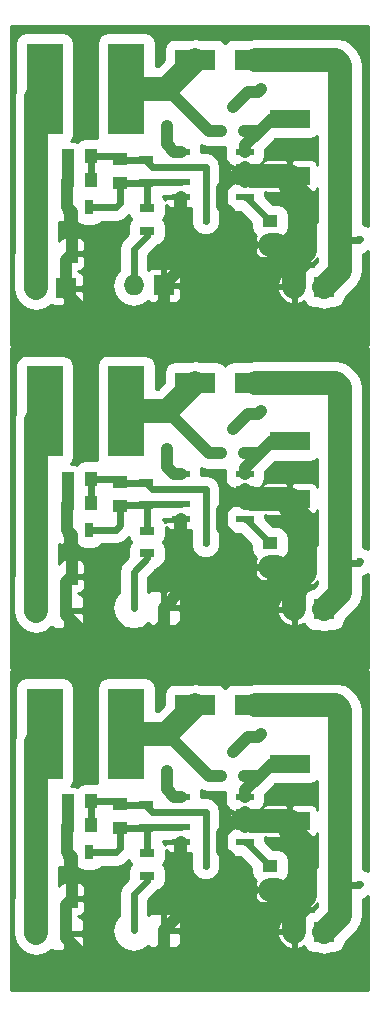
<source format=gbr>
G04 #@! TF.FileFunction,Copper,L1,Top,Signal*
%FSLAX46Y46*%
G04 Gerber Fmt 4.6, Leading zero omitted, Abs format (unit mm)*
G04 Created by KiCad (PCBNEW 4.0.2-stable) date 11/01/2017 21:20:24*
%MOMM*%
G01*
G04 APERTURE LIST*
%ADD10C,0.050000*%
%ADD11R,1.000000X1.250000*%
%ADD12R,1.250000X1.000000*%
%ADD13R,1.000000X1.600000*%
%ADD14R,3.500000X1.800000*%
%ADD15R,3.100000X7.700000*%
%ADD16R,1.727200X1.727200*%
%ADD17O,1.727200X1.727200*%
%ADD18R,0.800000X0.900000*%
%ADD19R,3.500000X1.600000*%
%ADD20R,1.300000X0.700000*%
%ADD21R,0.700000X1.300000*%
%ADD22R,1.550000X0.600000*%
%ADD23R,1.000000X2.500000*%
%ADD24C,0.600000*%
%ADD25C,0.600000*%
%ADD26C,2.000000*%
%ADD27C,1.000000*%
%ADD28C,0.254000*%
G04 APERTURE END LIST*
D10*
D11*
X104759000Y-155448000D03*
X102759000Y-155448000D03*
D12*
X119888000Y-158893000D03*
X119888000Y-160893000D03*
X107188000Y-153686000D03*
X107188000Y-155686000D03*
D11*
X102759000Y-153416000D03*
X104759000Y-153416000D03*
D13*
X100100000Y-161671000D03*
X103100000Y-161671000D03*
D14*
X118578000Y-145288000D03*
X113578000Y-145288000D03*
D15*
X100817000Y-147701000D03*
X107717000Y-147701000D03*
D16*
X124460000Y-164465000D03*
D17*
X121920000Y-164465000D03*
D18*
X115763000Y-151241000D03*
X117663000Y-151241000D03*
X116713000Y-149241000D03*
D19*
X121539000Y-150215600D03*
X121539000Y-155092400D03*
D20*
X109347000Y-153736000D03*
X109347000Y-155636000D03*
D21*
X104582000Y-157734000D03*
X102682000Y-157734000D03*
D22*
X112362000Y-153035000D03*
X112362000Y-154305000D03*
X112362000Y-155575000D03*
X112362000Y-156845000D03*
X117762000Y-156845000D03*
X117762000Y-155575000D03*
X117762000Y-154305000D03*
X117762000Y-153035000D03*
D23*
X125833000Y-160528000D03*
X122833000Y-160528000D03*
D20*
X109474000Y-159700000D03*
X109474000Y-157800000D03*
X109474000Y-132395000D03*
X109474000Y-130495000D03*
D23*
X125833000Y-133223000D03*
X122833000Y-133223000D03*
D22*
X112362000Y-125730000D03*
X112362000Y-127000000D03*
X112362000Y-128270000D03*
X112362000Y-129540000D03*
X117762000Y-129540000D03*
X117762000Y-128270000D03*
X117762000Y-127000000D03*
X117762000Y-125730000D03*
D21*
X104582000Y-130429000D03*
X102682000Y-130429000D03*
D20*
X109347000Y-126431000D03*
X109347000Y-128331000D03*
D19*
X121539000Y-122910600D03*
X121539000Y-127787400D03*
D18*
X115763000Y-123936000D03*
X117663000Y-123936000D03*
X116713000Y-121936000D03*
D16*
X124460000Y-137160000D03*
D17*
X121920000Y-137160000D03*
D15*
X100817000Y-120396000D03*
X107717000Y-120396000D03*
D14*
X118578000Y-117983000D03*
X113578000Y-117983000D03*
D13*
X100100000Y-134366000D03*
X103100000Y-134366000D03*
D11*
X102759000Y-126111000D03*
X104759000Y-126111000D03*
D12*
X107188000Y-126381000D03*
X107188000Y-128381000D03*
X119888000Y-131588000D03*
X119888000Y-133588000D03*
D11*
X104759000Y-128143000D03*
X102759000Y-128143000D03*
X104759000Y-100838000D03*
X102759000Y-100838000D03*
D12*
X119888000Y-104283000D03*
X119888000Y-106283000D03*
X107188000Y-99076000D03*
X107188000Y-101076000D03*
D11*
X102759000Y-98806000D03*
X104759000Y-98806000D03*
D13*
X100100000Y-107061000D03*
X103100000Y-107061000D03*
D14*
X118578000Y-90678000D03*
X113578000Y-90678000D03*
D15*
X100817000Y-93091000D03*
X107717000Y-93091000D03*
D16*
X102616000Y-109982000D03*
D17*
X100076000Y-109982000D03*
D16*
X124460000Y-109855000D03*
D17*
X121920000Y-109855000D03*
D18*
X115763000Y-96631000D03*
X117663000Y-96631000D03*
X116713000Y-94631000D03*
D19*
X121539000Y-95605600D03*
X121539000Y-100482400D03*
D20*
X109347000Y-99126000D03*
X109347000Y-101026000D03*
D21*
X104582000Y-103124000D03*
X102682000Y-103124000D03*
D22*
X112362000Y-98425000D03*
X112362000Y-99695000D03*
X112362000Y-100965000D03*
X112362000Y-102235000D03*
X117762000Y-102235000D03*
X117762000Y-100965000D03*
X117762000Y-99695000D03*
X117762000Y-98425000D03*
D23*
X125833000Y-105918000D03*
X122833000Y-105918000D03*
D16*
X110871000Y-109728000D03*
D17*
X108331000Y-109728000D03*
D20*
X109474000Y-105090000D03*
X109474000Y-103190000D03*
D24*
X127508000Y-160401000D03*
X114427000Y-158877000D03*
X114427000Y-131572000D03*
X127508000Y-133096000D03*
X127508000Y-105791000D03*
X114427000Y-104267000D03*
X111125000Y-150876000D03*
X119126000Y-147701000D03*
X119126000Y-120396000D03*
X111125000Y-123571000D03*
X111125000Y-96266000D03*
X119126000Y-93091000D03*
D25*
X112362000Y-154305000D02*
X114427000Y-154305000D01*
X127381000Y-160528000D02*
X125833000Y-160528000D01*
X127508000Y-160401000D02*
X127381000Y-160528000D01*
X114427000Y-154305000D02*
X114427000Y-158877000D01*
X104759000Y-153416000D02*
X104759000Y-155448000D01*
X104759000Y-153416000D02*
X106918000Y-153416000D01*
X106918000Y-153416000D02*
X107188000Y-153686000D01*
X109347000Y-153736000D02*
X107238000Y-153736000D01*
X107238000Y-153736000D02*
X107188000Y-153686000D01*
X112362000Y-154305000D02*
X109916000Y-154305000D01*
X109916000Y-154305000D02*
X109347000Y-153736000D01*
D26*
X125833000Y-160528000D02*
X125833000Y-163092000D01*
X125833000Y-163092000D02*
X124460000Y-164465000D01*
X118578000Y-145288000D02*
X125476000Y-145288000D01*
X125476000Y-145288000D02*
X125833000Y-145645000D01*
X125833000Y-145645000D02*
X125833000Y-160528000D01*
X125833000Y-118340000D02*
X125833000Y-133223000D01*
X125476000Y-117983000D02*
X125833000Y-118340000D01*
X118578000Y-117983000D02*
X125476000Y-117983000D01*
X125833000Y-135787000D02*
X124460000Y-137160000D01*
X125833000Y-133223000D02*
X125833000Y-135787000D01*
D25*
X109916000Y-127000000D02*
X109347000Y-126431000D01*
X112362000Y-127000000D02*
X109916000Y-127000000D01*
X107238000Y-126431000D02*
X107188000Y-126381000D01*
X109347000Y-126431000D02*
X107238000Y-126431000D01*
X106918000Y-126111000D02*
X107188000Y-126381000D01*
X104759000Y-126111000D02*
X106918000Y-126111000D01*
X104759000Y-126111000D02*
X104759000Y-128143000D01*
X114427000Y-127000000D02*
X114427000Y-131572000D01*
X127508000Y-133096000D02*
X127381000Y-133223000D01*
X127381000Y-133223000D02*
X125833000Y-133223000D01*
X112362000Y-127000000D02*
X114427000Y-127000000D01*
X112362000Y-99695000D02*
X114427000Y-99695000D01*
X127381000Y-105918000D02*
X125833000Y-105918000D01*
X127508000Y-105791000D02*
X127381000Y-105918000D01*
X114427000Y-99695000D02*
X114427000Y-104267000D01*
X104759000Y-98806000D02*
X104759000Y-100838000D01*
X104759000Y-98806000D02*
X106918000Y-98806000D01*
X106918000Y-98806000D02*
X107188000Y-99076000D01*
X109347000Y-99126000D02*
X107238000Y-99126000D01*
X107238000Y-99126000D02*
X107188000Y-99076000D01*
X112362000Y-99695000D02*
X109916000Y-99695000D01*
X109916000Y-99695000D02*
X109347000Y-99126000D01*
D26*
X125833000Y-105918000D02*
X125833000Y-108482000D01*
X125833000Y-108482000D02*
X124460000Y-109855000D01*
X118578000Y-90678000D02*
X125476000Y-90678000D01*
X125476000Y-90678000D02*
X125833000Y-91035000D01*
X125833000Y-91035000D02*
X125833000Y-105918000D01*
D27*
X102759000Y-155448000D02*
X102759000Y-153416000D01*
X102682000Y-157734000D02*
X102682000Y-155525000D01*
X102682000Y-155525000D02*
X102759000Y-155448000D01*
X103100000Y-161671000D02*
X103100000Y-158152000D01*
X103100000Y-158152000D02*
X102682000Y-157734000D01*
X102616000Y-164592000D02*
X102616000Y-162155000D01*
X102616000Y-162155000D02*
X103100000Y-161671000D01*
X102616000Y-164592000D02*
X102616000Y-164973000D01*
X102616000Y-164973000D02*
X104648000Y-167005000D01*
X104648000Y-167005000D02*
X109601000Y-167005000D01*
X109601000Y-167005000D02*
X110871000Y-165735000D01*
X110871000Y-165735000D02*
X110871000Y-164338000D01*
X112362000Y-156845000D02*
X112362000Y-162847000D01*
X112362000Y-162847000D02*
X110871000Y-164338000D01*
X115824000Y-156083000D02*
X115824000Y-157607000D01*
X116840000Y-155067000D02*
X115824000Y-156083000D01*
X117762000Y-155067000D02*
X116840000Y-155067000D01*
X112268000Y-160274000D02*
X112268000Y-157226000D01*
X113030000Y-161036000D02*
X112268000Y-160274000D01*
X115316000Y-161036000D02*
X113030000Y-161036000D01*
X116459000Y-159893000D02*
X115316000Y-161036000D01*
X116459000Y-158242000D02*
X116459000Y-159893000D01*
X115824000Y-157607000D02*
X116459000Y-158242000D01*
X117762000Y-155575000D02*
X117762000Y-155067000D01*
X117762000Y-155067000D02*
X117762000Y-154305000D01*
D26*
X121539000Y-155092400D02*
X118389400Y-155092400D01*
X118389400Y-155092400D02*
X118364000Y-155067000D01*
X119888000Y-160893000D02*
X120507000Y-160893000D01*
X120507000Y-160893000D02*
X121920000Y-162306000D01*
X122833000Y-160528000D02*
X122833000Y-161393000D01*
X122833000Y-161393000D02*
X121920000Y-162306000D01*
X121920000Y-162306000D02*
X121920000Y-164465000D01*
X121539000Y-155092400D02*
X121539000Y-155829000D01*
X121539000Y-155829000D02*
X122833000Y-157123000D01*
X122833000Y-157123000D02*
X122833000Y-160528000D01*
X122833000Y-129818000D02*
X122833000Y-133223000D01*
X121539000Y-128524000D02*
X122833000Y-129818000D01*
X121539000Y-127787400D02*
X121539000Y-128524000D01*
X121920000Y-135001000D02*
X121920000Y-137160000D01*
X122833000Y-134088000D02*
X121920000Y-135001000D01*
X122833000Y-133223000D02*
X122833000Y-134088000D01*
X120507000Y-133588000D02*
X121920000Y-135001000D01*
X119888000Y-133588000D02*
X120507000Y-133588000D01*
X118389400Y-127787400D02*
X118364000Y-127762000D01*
X121539000Y-127787400D02*
X118389400Y-127787400D01*
D27*
X117762000Y-127762000D02*
X117762000Y-127000000D01*
X117762000Y-128270000D02*
X117762000Y-127762000D01*
X115824000Y-130302000D02*
X116459000Y-130937000D01*
X116459000Y-130937000D02*
X116459000Y-132588000D01*
X116459000Y-132588000D02*
X115316000Y-133731000D01*
X115316000Y-133731000D02*
X113030000Y-133731000D01*
X113030000Y-133731000D02*
X112268000Y-132969000D01*
X112268000Y-132969000D02*
X112268000Y-129921000D01*
X117762000Y-127762000D02*
X116840000Y-127762000D01*
X116840000Y-127762000D02*
X115824000Y-128778000D01*
X115824000Y-128778000D02*
X115824000Y-130302000D01*
X112362000Y-135542000D02*
X110871000Y-137033000D01*
X112362000Y-129540000D02*
X112362000Y-135542000D01*
X110871000Y-138430000D02*
X110871000Y-137033000D01*
X109601000Y-139700000D02*
X110871000Y-138430000D01*
X104648000Y-139700000D02*
X109601000Y-139700000D01*
X102616000Y-137668000D02*
X104648000Y-139700000D01*
X102616000Y-137287000D02*
X102616000Y-137668000D01*
X102616000Y-134850000D02*
X103100000Y-134366000D01*
X102616000Y-137287000D02*
X102616000Y-134850000D01*
X103100000Y-130847000D02*
X102682000Y-130429000D01*
X103100000Y-134366000D02*
X103100000Y-130847000D01*
X102682000Y-128220000D02*
X102759000Y-128143000D01*
X102682000Y-130429000D02*
X102682000Y-128220000D01*
X102759000Y-128143000D02*
X102759000Y-126111000D01*
X102759000Y-100838000D02*
X102759000Y-98806000D01*
X102682000Y-103124000D02*
X102682000Y-100915000D01*
X102682000Y-100915000D02*
X102759000Y-100838000D01*
X103100000Y-107061000D02*
X103100000Y-103542000D01*
X103100000Y-103542000D02*
X102682000Y-103124000D01*
X102616000Y-109982000D02*
X102616000Y-107545000D01*
X102616000Y-107545000D02*
X103100000Y-107061000D01*
X102616000Y-109982000D02*
X102616000Y-110363000D01*
X102616000Y-110363000D02*
X104648000Y-112395000D01*
X104648000Y-112395000D02*
X109601000Y-112395000D01*
X109601000Y-112395000D02*
X110871000Y-111125000D01*
X110871000Y-111125000D02*
X110871000Y-109728000D01*
X112362000Y-102235000D02*
X112362000Y-108237000D01*
X112362000Y-108237000D02*
X110871000Y-109728000D01*
X115824000Y-101473000D02*
X115824000Y-102997000D01*
X116840000Y-100457000D02*
X115824000Y-101473000D01*
X117762000Y-100457000D02*
X116840000Y-100457000D01*
X112268000Y-105664000D02*
X112268000Y-102616000D01*
X113030000Y-106426000D02*
X112268000Y-105664000D01*
X115316000Y-106426000D02*
X113030000Y-106426000D01*
X116459000Y-105283000D02*
X115316000Y-106426000D01*
X116459000Y-103632000D02*
X116459000Y-105283000D01*
X115824000Y-102997000D02*
X116459000Y-103632000D01*
X117762000Y-100965000D02*
X117762000Y-100457000D01*
X117762000Y-100457000D02*
X117762000Y-99695000D01*
D26*
X121539000Y-100482400D02*
X118389400Y-100482400D01*
X118389400Y-100482400D02*
X118364000Y-100457000D01*
X119888000Y-106283000D02*
X120507000Y-106283000D01*
X120507000Y-106283000D02*
X121920000Y-107696000D01*
X122833000Y-105918000D02*
X122833000Y-106783000D01*
X122833000Y-106783000D02*
X121920000Y-107696000D01*
X121920000Y-107696000D02*
X121920000Y-109855000D01*
X121539000Y-100482400D02*
X121539000Y-101219000D01*
X121539000Y-101219000D02*
X122833000Y-102513000D01*
X122833000Y-102513000D02*
X122833000Y-105918000D01*
D25*
X117762000Y-156845000D02*
X117840000Y-156845000D01*
X117840000Y-156845000D02*
X119888000Y-158893000D01*
X117840000Y-129540000D02*
X119888000Y-131588000D01*
X117762000Y-129540000D02*
X117840000Y-129540000D01*
X117762000Y-102235000D02*
X117840000Y-102235000D01*
X117840000Y-102235000D02*
X119888000Y-104283000D01*
X109474000Y-157800000D02*
X109474000Y-155763000D01*
X109474000Y-155763000D02*
X109347000Y-155636000D01*
X104582000Y-157734000D02*
X106807000Y-157734000D01*
X107188000Y-157353000D02*
X107188000Y-155686000D01*
X106807000Y-157734000D02*
X107188000Y-157353000D01*
X109347000Y-155636000D02*
X107238000Y-155636000D01*
X107238000Y-155636000D02*
X107188000Y-155686000D01*
X112362000Y-155575000D02*
X109408000Y-155575000D01*
X109408000Y-155575000D02*
X109347000Y-155636000D01*
X109408000Y-128270000D02*
X109347000Y-128331000D01*
X112362000Y-128270000D02*
X109408000Y-128270000D01*
X107238000Y-128331000D02*
X107188000Y-128381000D01*
X109347000Y-128331000D02*
X107238000Y-128331000D01*
X106807000Y-130429000D02*
X107188000Y-130048000D01*
X107188000Y-130048000D02*
X107188000Y-128381000D01*
X104582000Y-130429000D02*
X106807000Y-130429000D01*
X109474000Y-128458000D02*
X109347000Y-128331000D01*
X109474000Y-130495000D02*
X109474000Y-128458000D01*
X109474000Y-103190000D02*
X109474000Y-101153000D01*
X109474000Y-101153000D02*
X109347000Y-101026000D01*
X104582000Y-103124000D02*
X106807000Y-103124000D01*
X107188000Y-102743000D02*
X107188000Y-101076000D01*
X106807000Y-103124000D02*
X107188000Y-102743000D01*
X109347000Y-101026000D02*
X107238000Y-101026000D01*
X107238000Y-101026000D02*
X107188000Y-101076000D01*
X112362000Y-100965000D02*
X109408000Y-100965000D01*
X109408000Y-100965000D02*
X109347000Y-101026000D01*
D26*
X100100000Y-161671000D02*
X100100000Y-148418000D01*
X100100000Y-148418000D02*
X100817000Y-147701000D01*
X100076000Y-164592000D02*
X100076000Y-161695000D01*
X100076000Y-161695000D02*
X100100000Y-161671000D01*
X100076000Y-134390000D02*
X100100000Y-134366000D01*
X100076000Y-137287000D02*
X100076000Y-134390000D01*
X100100000Y-121113000D02*
X100817000Y-120396000D01*
X100100000Y-134366000D02*
X100100000Y-121113000D01*
X100100000Y-107061000D02*
X100100000Y-93808000D01*
X100100000Y-93808000D02*
X100817000Y-93091000D01*
X100076000Y-109982000D02*
X100076000Y-107085000D01*
X100076000Y-107085000D02*
X100100000Y-107061000D01*
D27*
X115763000Y-151241000D02*
X114705000Y-151241000D01*
X114705000Y-151241000D02*
X111165000Y-147701000D01*
D26*
X107717000Y-147701000D02*
X111165000Y-147701000D01*
X111165000Y-147701000D02*
X113578000Y-145288000D01*
X111165000Y-120396000D02*
X113578000Y-117983000D01*
X107717000Y-120396000D02*
X111165000Y-120396000D01*
D27*
X114705000Y-123936000D02*
X111165000Y-120396000D01*
X115763000Y-123936000D02*
X114705000Y-123936000D01*
X115763000Y-96631000D02*
X114705000Y-96631000D01*
X114705000Y-96631000D02*
X111165000Y-93091000D01*
D26*
X107717000Y-93091000D02*
X111165000Y-93091000D01*
X111165000Y-93091000D02*
X113578000Y-90678000D01*
D27*
X112362000Y-153035000D02*
X111760000Y-153035000D01*
X111760000Y-153035000D02*
X111125000Y-152400000D01*
X111125000Y-152400000D02*
X111125000Y-150876000D01*
X119126000Y-147701000D02*
X118872000Y-147955000D01*
X118872000Y-147955000D02*
X117999000Y-147955000D01*
X117999000Y-147955000D02*
X116713000Y-149241000D01*
X117999000Y-120650000D02*
X116713000Y-121936000D01*
X118872000Y-120650000D02*
X117999000Y-120650000D01*
X119126000Y-120396000D02*
X118872000Y-120650000D01*
X111125000Y-125095000D02*
X111125000Y-123571000D01*
X111760000Y-125730000D02*
X111125000Y-125095000D01*
X112362000Y-125730000D02*
X111760000Y-125730000D01*
X112362000Y-98425000D02*
X111760000Y-98425000D01*
X111760000Y-98425000D02*
X111125000Y-97790000D01*
X111125000Y-97790000D02*
X111125000Y-96266000D01*
X119126000Y-93091000D02*
X118872000Y-93345000D01*
X118872000Y-93345000D02*
X117999000Y-93345000D01*
X117999000Y-93345000D02*
X116713000Y-94631000D01*
X117762000Y-153035000D02*
X117762000Y-152494000D01*
X117762000Y-152494000D02*
X119015000Y-151241000D01*
X121539000Y-150215600D02*
X120040400Y-150215600D01*
X120040400Y-150215600D02*
X119015000Y-151241000D01*
X119015000Y-151241000D02*
X117663000Y-151241000D01*
X119015000Y-123936000D02*
X117663000Y-123936000D01*
X120040400Y-122910600D02*
X119015000Y-123936000D01*
X121539000Y-122910600D02*
X120040400Y-122910600D01*
X117762000Y-125189000D02*
X119015000Y-123936000D01*
X117762000Y-125730000D02*
X117762000Y-125189000D01*
X117762000Y-98425000D02*
X117762000Y-97884000D01*
X117762000Y-97884000D02*
X119015000Y-96631000D01*
X121539000Y-95605600D02*
X120040400Y-95605600D01*
X120040400Y-95605600D02*
X119015000Y-96631000D01*
X119015000Y-96631000D02*
X117663000Y-96631000D01*
D25*
X109474000Y-159700000D02*
X109474000Y-160147000D01*
X108331000Y-161290000D02*
X108331000Y-164338000D01*
X109474000Y-160147000D02*
X108331000Y-161290000D01*
X109474000Y-132842000D02*
X108331000Y-133985000D01*
X108331000Y-133985000D02*
X108331000Y-137033000D01*
X109474000Y-132395000D02*
X109474000Y-132842000D01*
X109474000Y-105090000D02*
X109474000Y-105537000D01*
X108331000Y-106680000D02*
X108331000Y-109728000D01*
X109474000Y-105537000D02*
X108331000Y-106680000D01*
D28*
G36*
X128143000Y-104726100D02*
X127760000Y-104567064D01*
X127760000Y-91035000D01*
X127613316Y-90297569D01*
X127195595Y-89672405D01*
X126838595Y-89315405D01*
X126213431Y-88897684D01*
X125476000Y-88751000D01*
X118578000Y-88751000D01*
X118166567Y-88832839D01*
X116828000Y-88832839D01*
X116484474Y-88897478D01*
X116168967Y-89100501D01*
X116078662Y-89232666D01*
X116005499Y-89118967D01*
X115695721Y-88907304D01*
X115328000Y-88832839D01*
X113989433Y-88832839D01*
X113578000Y-88751000D01*
X113166567Y-88832839D01*
X111828000Y-88832839D01*
X111484474Y-88897478D01*
X111168967Y-89100501D01*
X110957304Y-89410279D01*
X110882839Y-89778000D01*
X110882839Y-90647971D01*
X110366810Y-91164000D01*
X110212161Y-91164000D01*
X110212161Y-89241000D01*
X110147522Y-88897474D01*
X109944499Y-88581967D01*
X109634721Y-88370304D01*
X109267000Y-88295839D01*
X106167000Y-88295839D01*
X105823474Y-88360478D01*
X105507967Y-88563501D01*
X105296304Y-88873279D01*
X105221839Y-89241000D01*
X105221839Y-96941000D01*
X105278042Y-97239695D01*
X105259000Y-97235839D01*
X104259000Y-97235839D01*
X103915474Y-97300478D01*
X103599967Y-97503501D01*
X103529983Y-97605926D01*
X103385309Y-97546000D01*
X103075570Y-97546000D01*
X103237696Y-97308721D01*
X103312161Y-96941000D01*
X103312161Y-89241000D01*
X103247522Y-88897474D01*
X103044499Y-88581967D01*
X102734721Y-88370304D01*
X102367000Y-88295839D01*
X99267000Y-88295839D01*
X98923474Y-88360478D01*
X98607967Y-88563501D01*
X98396304Y-88873279D01*
X98321839Y-89241000D01*
X98321839Y-93067344D01*
X98319684Y-93070569D01*
X98173000Y-93808000D01*
X98173000Y-106964344D01*
X98149000Y-107085000D01*
X98149000Y-109982000D01*
X98295684Y-110719431D01*
X98713405Y-111344595D01*
X99338569Y-111762316D01*
X100076000Y-111909000D01*
X100813431Y-111762316D01*
X101387506Y-111378732D01*
X101392701Y-111383927D01*
X101626090Y-111480600D01*
X102330250Y-111480600D01*
X102489000Y-111321850D01*
X102489000Y-110109000D01*
X102743000Y-110109000D01*
X102743000Y-111321850D01*
X102901750Y-111480600D01*
X103605910Y-111480600D01*
X103839299Y-111383927D01*
X104017927Y-111205298D01*
X104114600Y-110971909D01*
X104114600Y-110267750D01*
X103955850Y-110109000D01*
X102743000Y-110109000D01*
X102489000Y-110109000D01*
X102469000Y-110109000D01*
X102469000Y-109855000D01*
X102489000Y-109855000D01*
X102489000Y-109835000D01*
X102743000Y-109835000D01*
X102743000Y-109855000D01*
X103955850Y-109855000D01*
X104114600Y-109696250D01*
X104114600Y-108992091D01*
X104017927Y-108758702D01*
X103839299Y-108580073D01*
X103636329Y-108496000D01*
X103726309Y-108496000D01*
X103959698Y-108399327D01*
X104138327Y-108220699D01*
X104235000Y-107987310D01*
X104235000Y-107346750D01*
X104076250Y-107188000D01*
X103227000Y-107188000D01*
X103227000Y-107208000D01*
X102973000Y-107208000D01*
X102973000Y-107188000D01*
X102953000Y-107188000D01*
X102953000Y-106934000D01*
X102973000Y-106934000D01*
X102973000Y-105784750D01*
X103227000Y-105784750D01*
X103227000Y-106934000D01*
X104076250Y-106934000D01*
X104235000Y-106775250D01*
X104235000Y-106134690D01*
X104138327Y-105901301D01*
X103959698Y-105722673D01*
X103726309Y-105626000D01*
X103385750Y-105626000D01*
X103227000Y-105784750D01*
X102973000Y-105784750D01*
X102814250Y-105626000D01*
X102473691Y-105626000D01*
X102240302Y-105722673D01*
X102061673Y-105901301D01*
X102027000Y-105985009D01*
X102027000Y-104334984D01*
X102205691Y-104409000D01*
X102396250Y-104409000D01*
X102555000Y-104250250D01*
X102555000Y-103251000D01*
X102535000Y-103251000D01*
X102535000Y-102997000D01*
X102555000Y-102997000D01*
X102555000Y-102016250D01*
X102632000Y-101939250D01*
X102632000Y-100965000D01*
X102612000Y-100965000D01*
X102612000Y-100711000D01*
X102632000Y-100711000D01*
X102632000Y-98933000D01*
X102612000Y-98933000D01*
X102612000Y-98679000D01*
X102632000Y-98679000D01*
X102632000Y-98659000D01*
X102886000Y-98659000D01*
X102886000Y-98679000D01*
X102906000Y-98679000D01*
X102906000Y-98933000D01*
X102886000Y-98933000D01*
X102886000Y-100711000D01*
X102906000Y-100711000D01*
X102906000Y-100965000D01*
X102886000Y-100965000D01*
X102886000Y-101920750D01*
X102809000Y-101997750D01*
X102809000Y-102997000D01*
X102829000Y-102997000D01*
X102829000Y-103251000D01*
X102809000Y-103251000D01*
X102809000Y-104250250D01*
X102967750Y-104409000D01*
X103158309Y-104409000D01*
X103391698Y-104312327D01*
X103443497Y-104260528D01*
X103554501Y-104433033D01*
X103864279Y-104644696D01*
X104232000Y-104719161D01*
X104932000Y-104719161D01*
X105275526Y-104654522D01*
X105591033Y-104451499D01*
X105659701Y-104351000D01*
X106807000Y-104351000D01*
X107276553Y-104257600D01*
X107674620Y-103991620D01*
X107918019Y-103748221D01*
X107943478Y-103883526D01*
X108110212Y-104142638D01*
X107953304Y-104372279D01*
X107878839Y-104740000D01*
X107878839Y-105396921D01*
X107463380Y-105812380D01*
X107197400Y-106210447D01*
X107104000Y-106680000D01*
X107104000Y-108400619D01*
X107064855Y-108426775D01*
X106676701Y-109007687D01*
X106540400Y-109692920D01*
X106540400Y-109763080D01*
X106676701Y-110448313D01*
X107064855Y-111029225D01*
X107645767Y-111417379D01*
X108331000Y-111553680D01*
X109016233Y-111417379D01*
X109567085Y-111049311D01*
X109647701Y-111129927D01*
X109881090Y-111226600D01*
X110585250Y-111226600D01*
X110744000Y-111067850D01*
X110744000Y-109855000D01*
X110998000Y-109855000D01*
X110998000Y-111067850D01*
X111156750Y-111226600D01*
X111860910Y-111226600D01*
X112094299Y-111129927D01*
X112272927Y-110951298D01*
X112369600Y-110717909D01*
X112369600Y-110214027D01*
X120465032Y-110214027D01*
X120713179Y-110743490D01*
X121145053Y-111137688D01*
X121560974Y-111309958D01*
X121793000Y-111188817D01*
X121793000Y-109982000D01*
X120585531Y-109982000D01*
X120465032Y-110214027D01*
X112369600Y-110214027D01*
X112369600Y-110013750D01*
X112210850Y-109855000D01*
X110998000Y-109855000D01*
X110744000Y-109855000D01*
X110724000Y-109855000D01*
X110724000Y-109601000D01*
X110744000Y-109601000D01*
X110744000Y-108388150D01*
X110998000Y-108388150D01*
X110998000Y-109601000D01*
X112210850Y-109601000D01*
X112315877Y-109495973D01*
X120465032Y-109495973D01*
X120585531Y-109728000D01*
X121793000Y-109728000D01*
X121793000Y-108521183D01*
X121560974Y-108400042D01*
X121145053Y-108572312D01*
X120713179Y-108966510D01*
X120465032Y-109495973D01*
X112315877Y-109495973D01*
X112369600Y-109442250D01*
X112369600Y-108738091D01*
X112272927Y-108504702D01*
X112094299Y-108326073D01*
X111860910Y-108229400D01*
X111156750Y-108229400D01*
X110998000Y-108388150D01*
X110744000Y-108388150D01*
X110585250Y-108229400D01*
X109881090Y-108229400D01*
X109647701Y-108326073D01*
X109567085Y-108406689D01*
X109558000Y-108400619D01*
X109558000Y-107188240D01*
X110177490Y-106568750D01*
X118628000Y-106568750D01*
X118628000Y-106909309D01*
X118724673Y-107142698D01*
X118903301Y-107321327D01*
X119136690Y-107418000D01*
X119602250Y-107418000D01*
X119761000Y-107259250D01*
X119761000Y-106410000D01*
X120015000Y-106410000D01*
X120015000Y-107259250D01*
X120173750Y-107418000D01*
X120639310Y-107418000D01*
X120872699Y-107321327D01*
X121051327Y-107142698D01*
X121148000Y-106909309D01*
X121148000Y-106568750D01*
X120989250Y-106410000D01*
X120015000Y-106410000D01*
X119761000Y-106410000D01*
X118786750Y-106410000D01*
X118628000Y-106568750D01*
X110177490Y-106568750D01*
X110341620Y-106404620D01*
X110379740Y-106347569D01*
X110387787Y-106335526D01*
X110467526Y-106320522D01*
X110648995Y-106203750D01*
X121698000Y-106203750D01*
X121698000Y-107294310D01*
X121794673Y-107527699D01*
X121973302Y-107706327D01*
X122206691Y-107803000D01*
X122547250Y-107803000D01*
X122706000Y-107644250D01*
X122706000Y-106045000D01*
X121856750Y-106045000D01*
X121698000Y-106203750D01*
X110648995Y-106203750D01*
X110783033Y-106117499D01*
X110994696Y-105807721D01*
X111069161Y-105440000D01*
X111069161Y-104740000D01*
X111004522Y-104396474D01*
X110837788Y-104137362D01*
X110994696Y-103907721D01*
X111069161Y-103540000D01*
X111069161Y-102915187D01*
X111227302Y-103073327D01*
X111460691Y-103170000D01*
X112076250Y-103170000D01*
X112235000Y-103011250D01*
X112235000Y-102362000D01*
X111110750Y-102362000D01*
X110993463Y-102479287D01*
X110808599Y-102192000D01*
X111497318Y-102192000D01*
X111587000Y-102210161D01*
X112509000Y-102210161D01*
X112509000Y-102362000D01*
X112489000Y-102362000D01*
X112489000Y-103011250D01*
X112647750Y-103170000D01*
X113200000Y-103170000D01*
X113200000Y-104267000D01*
X113199788Y-104509995D01*
X113386194Y-104961131D01*
X113731053Y-105306593D01*
X114181864Y-105493786D01*
X114427000Y-105494000D01*
X114669995Y-105494212D01*
X115121131Y-105307806D01*
X115466593Y-104962947D01*
X115653786Y-104512136D01*
X115654212Y-104024005D01*
X115654000Y-104023492D01*
X115654000Y-99695000D01*
X115560600Y-99225447D01*
X115294620Y-98827380D01*
X114896553Y-98561400D01*
X114427000Y-98468000D01*
X114082161Y-98468000D01*
X114082161Y-98125000D01*
X114033326Y-97865462D01*
X114158911Y-97949376D01*
X114705000Y-98058000D01*
X115763000Y-98058000D01*
X115923065Y-98026161D01*
X116061854Y-98026161D01*
X116041839Y-98125000D01*
X116041839Y-98725000D01*
X116106478Y-99068526D01*
X116309501Y-99384033D01*
X116364065Y-99421315D01*
X116510750Y-99568000D01*
X116578745Y-99568000D01*
X116619279Y-99595696D01*
X116987000Y-99670161D01*
X117106337Y-99670161D01*
X117215911Y-99743376D01*
X117611180Y-99822000D01*
X116510750Y-99822000D01*
X116352000Y-99980750D01*
X116352000Y-100121310D01*
X116438442Y-100330000D01*
X116352000Y-100538690D01*
X116352000Y-100679250D01*
X116510750Y-100838000D01*
X117635000Y-100838000D01*
X117635000Y-99826738D01*
X117762000Y-99852000D01*
X117889000Y-99826738D01*
X117889000Y-100838000D01*
X117909000Y-100838000D01*
X117909000Y-100989839D01*
X116987000Y-100989839D01*
X116643474Y-101054478D01*
X116585163Y-101092000D01*
X116510750Y-101092000D01*
X116376441Y-101226309D01*
X116327967Y-101257501D01*
X116116304Y-101567279D01*
X116041839Y-101935000D01*
X116041839Y-102535000D01*
X116106478Y-102878526D01*
X116309501Y-103194033D01*
X116619279Y-103405696D01*
X116987000Y-103480161D01*
X117349921Y-103480161D01*
X118317839Y-104448079D01*
X118317839Y-104783000D01*
X118382478Y-105126526D01*
X118585501Y-105442033D01*
X118687926Y-105512017D01*
X118628000Y-105656691D01*
X118628000Y-105997250D01*
X118786750Y-106156000D01*
X119761000Y-106156000D01*
X119761000Y-106136000D01*
X120015000Y-106136000D01*
X120015000Y-106156000D01*
X120989250Y-106156000D01*
X121148000Y-105997250D01*
X121148000Y-105656691D01*
X121088894Y-105513997D01*
X121172033Y-105460499D01*
X121383696Y-105150721D01*
X121458161Y-104783000D01*
X121458161Y-104541690D01*
X121698000Y-104541690D01*
X121698000Y-105632250D01*
X121856750Y-105791000D01*
X122706000Y-105791000D01*
X122706000Y-104191750D01*
X122547250Y-104033000D01*
X122206691Y-104033000D01*
X121973302Y-104129673D01*
X121794673Y-104308301D01*
X121698000Y-104541690D01*
X121458161Y-104541690D01*
X121458161Y-103783000D01*
X121393522Y-103439474D01*
X121190499Y-103123967D01*
X120880721Y-102912304D01*
X120513000Y-102837839D01*
X120178079Y-102837839D01*
X119482161Y-102141921D01*
X119482161Y-101935000D01*
X119463310Y-101834814D01*
X119662690Y-101917400D01*
X121253250Y-101917400D01*
X121412000Y-101758650D01*
X121412000Y-100609400D01*
X119312750Y-100609400D01*
X119154000Y-100768150D01*
X119154000Y-100837998D01*
X119013252Y-100837998D01*
X119172000Y-100679250D01*
X119172000Y-100538690D01*
X119085558Y-100330000D01*
X119154000Y-100164766D01*
X119154000Y-100196650D01*
X119312750Y-100355400D01*
X121412000Y-100355400D01*
X121412000Y-99206150D01*
X121253250Y-99047400D01*
X119662690Y-99047400D01*
X119429301Y-99144073D01*
X119250673Y-99322702D01*
X119154000Y-99556091D01*
X119154000Y-99567998D01*
X119013252Y-99567998D01*
X119147559Y-99433691D01*
X119196033Y-99402499D01*
X119407696Y-99092721D01*
X119482161Y-98725000D01*
X119482161Y-98181922D01*
X120024042Y-97640041D01*
X120024044Y-97640038D01*
X120313321Y-97350761D01*
X123289000Y-97350761D01*
X123632526Y-97286122D01*
X123906000Y-97110146D01*
X123906000Y-99512635D01*
X123827327Y-99322702D01*
X123648699Y-99144073D01*
X123415310Y-99047400D01*
X121824750Y-99047400D01*
X121666000Y-99206150D01*
X121666000Y-100355400D01*
X121686000Y-100355400D01*
X121686000Y-100609400D01*
X121666000Y-100609400D01*
X121666000Y-101758650D01*
X121824750Y-101917400D01*
X123415310Y-101917400D01*
X123648699Y-101820727D01*
X123827327Y-101642098D01*
X123906000Y-101452165D01*
X123906000Y-104392009D01*
X123871327Y-104308301D01*
X123692698Y-104129673D01*
X123459309Y-104033000D01*
X123118750Y-104033000D01*
X122960000Y-104191750D01*
X122960000Y-105791000D01*
X122980000Y-105791000D01*
X122980000Y-106045000D01*
X122960000Y-106045000D01*
X122960000Y-107644250D01*
X123118750Y-107803000D01*
X123459309Y-107803000D01*
X123692698Y-107706327D01*
X123871327Y-107527699D01*
X123906000Y-107443991D01*
X123906000Y-107683810D01*
X123531327Y-108058483D01*
X123252874Y-108110878D01*
X122937367Y-108313901D01*
X122735506Y-108609333D01*
X122694947Y-108572312D01*
X122279026Y-108400042D01*
X122047000Y-108521183D01*
X122047000Y-109728000D01*
X122067000Y-109728000D01*
X122067000Y-109982000D01*
X122047000Y-109982000D01*
X122047000Y-111188817D01*
X122279026Y-111309958D01*
X122694947Y-111137688D01*
X122738765Y-111097693D01*
X122918901Y-111377633D01*
X123228679Y-111589296D01*
X123596400Y-111663761D01*
X123865572Y-111663761D01*
X124460000Y-111782000D01*
X125054428Y-111663761D01*
X125323600Y-111663761D01*
X125667126Y-111599122D01*
X125982633Y-111396099D01*
X126194296Y-111086321D01*
X126255346Y-110784844D01*
X127195595Y-109844595D01*
X127613316Y-109219431D01*
X127760000Y-108482000D01*
X127760000Y-107069612D01*
X127850553Y-107051600D01*
X128142822Y-106856312D01*
X128143000Y-106856238D01*
X128143000Y-114808000D01*
X97917000Y-114808000D01*
X97917000Y-87757000D01*
X128143000Y-87757000D01*
X128143000Y-104726100D01*
X128143000Y-104726100D01*
G37*
X128143000Y-104726100D02*
X127760000Y-104567064D01*
X127760000Y-91035000D01*
X127613316Y-90297569D01*
X127195595Y-89672405D01*
X126838595Y-89315405D01*
X126213431Y-88897684D01*
X125476000Y-88751000D01*
X118578000Y-88751000D01*
X118166567Y-88832839D01*
X116828000Y-88832839D01*
X116484474Y-88897478D01*
X116168967Y-89100501D01*
X116078662Y-89232666D01*
X116005499Y-89118967D01*
X115695721Y-88907304D01*
X115328000Y-88832839D01*
X113989433Y-88832839D01*
X113578000Y-88751000D01*
X113166567Y-88832839D01*
X111828000Y-88832839D01*
X111484474Y-88897478D01*
X111168967Y-89100501D01*
X110957304Y-89410279D01*
X110882839Y-89778000D01*
X110882839Y-90647971D01*
X110366810Y-91164000D01*
X110212161Y-91164000D01*
X110212161Y-89241000D01*
X110147522Y-88897474D01*
X109944499Y-88581967D01*
X109634721Y-88370304D01*
X109267000Y-88295839D01*
X106167000Y-88295839D01*
X105823474Y-88360478D01*
X105507967Y-88563501D01*
X105296304Y-88873279D01*
X105221839Y-89241000D01*
X105221839Y-96941000D01*
X105278042Y-97239695D01*
X105259000Y-97235839D01*
X104259000Y-97235839D01*
X103915474Y-97300478D01*
X103599967Y-97503501D01*
X103529983Y-97605926D01*
X103385309Y-97546000D01*
X103075570Y-97546000D01*
X103237696Y-97308721D01*
X103312161Y-96941000D01*
X103312161Y-89241000D01*
X103247522Y-88897474D01*
X103044499Y-88581967D01*
X102734721Y-88370304D01*
X102367000Y-88295839D01*
X99267000Y-88295839D01*
X98923474Y-88360478D01*
X98607967Y-88563501D01*
X98396304Y-88873279D01*
X98321839Y-89241000D01*
X98321839Y-93067344D01*
X98319684Y-93070569D01*
X98173000Y-93808000D01*
X98173000Y-106964344D01*
X98149000Y-107085000D01*
X98149000Y-109982000D01*
X98295684Y-110719431D01*
X98713405Y-111344595D01*
X99338569Y-111762316D01*
X100076000Y-111909000D01*
X100813431Y-111762316D01*
X101387506Y-111378732D01*
X101392701Y-111383927D01*
X101626090Y-111480600D01*
X102330250Y-111480600D01*
X102489000Y-111321850D01*
X102489000Y-110109000D01*
X102743000Y-110109000D01*
X102743000Y-111321850D01*
X102901750Y-111480600D01*
X103605910Y-111480600D01*
X103839299Y-111383927D01*
X104017927Y-111205298D01*
X104114600Y-110971909D01*
X104114600Y-110267750D01*
X103955850Y-110109000D01*
X102743000Y-110109000D01*
X102489000Y-110109000D01*
X102469000Y-110109000D01*
X102469000Y-109855000D01*
X102489000Y-109855000D01*
X102489000Y-109835000D01*
X102743000Y-109835000D01*
X102743000Y-109855000D01*
X103955850Y-109855000D01*
X104114600Y-109696250D01*
X104114600Y-108992091D01*
X104017927Y-108758702D01*
X103839299Y-108580073D01*
X103636329Y-108496000D01*
X103726309Y-108496000D01*
X103959698Y-108399327D01*
X104138327Y-108220699D01*
X104235000Y-107987310D01*
X104235000Y-107346750D01*
X104076250Y-107188000D01*
X103227000Y-107188000D01*
X103227000Y-107208000D01*
X102973000Y-107208000D01*
X102973000Y-107188000D01*
X102953000Y-107188000D01*
X102953000Y-106934000D01*
X102973000Y-106934000D01*
X102973000Y-105784750D01*
X103227000Y-105784750D01*
X103227000Y-106934000D01*
X104076250Y-106934000D01*
X104235000Y-106775250D01*
X104235000Y-106134690D01*
X104138327Y-105901301D01*
X103959698Y-105722673D01*
X103726309Y-105626000D01*
X103385750Y-105626000D01*
X103227000Y-105784750D01*
X102973000Y-105784750D01*
X102814250Y-105626000D01*
X102473691Y-105626000D01*
X102240302Y-105722673D01*
X102061673Y-105901301D01*
X102027000Y-105985009D01*
X102027000Y-104334984D01*
X102205691Y-104409000D01*
X102396250Y-104409000D01*
X102555000Y-104250250D01*
X102555000Y-103251000D01*
X102535000Y-103251000D01*
X102535000Y-102997000D01*
X102555000Y-102997000D01*
X102555000Y-102016250D01*
X102632000Y-101939250D01*
X102632000Y-100965000D01*
X102612000Y-100965000D01*
X102612000Y-100711000D01*
X102632000Y-100711000D01*
X102632000Y-98933000D01*
X102612000Y-98933000D01*
X102612000Y-98679000D01*
X102632000Y-98679000D01*
X102632000Y-98659000D01*
X102886000Y-98659000D01*
X102886000Y-98679000D01*
X102906000Y-98679000D01*
X102906000Y-98933000D01*
X102886000Y-98933000D01*
X102886000Y-100711000D01*
X102906000Y-100711000D01*
X102906000Y-100965000D01*
X102886000Y-100965000D01*
X102886000Y-101920750D01*
X102809000Y-101997750D01*
X102809000Y-102997000D01*
X102829000Y-102997000D01*
X102829000Y-103251000D01*
X102809000Y-103251000D01*
X102809000Y-104250250D01*
X102967750Y-104409000D01*
X103158309Y-104409000D01*
X103391698Y-104312327D01*
X103443497Y-104260528D01*
X103554501Y-104433033D01*
X103864279Y-104644696D01*
X104232000Y-104719161D01*
X104932000Y-104719161D01*
X105275526Y-104654522D01*
X105591033Y-104451499D01*
X105659701Y-104351000D01*
X106807000Y-104351000D01*
X107276553Y-104257600D01*
X107674620Y-103991620D01*
X107918019Y-103748221D01*
X107943478Y-103883526D01*
X108110212Y-104142638D01*
X107953304Y-104372279D01*
X107878839Y-104740000D01*
X107878839Y-105396921D01*
X107463380Y-105812380D01*
X107197400Y-106210447D01*
X107104000Y-106680000D01*
X107104000Y-108400619D01*
X107064855Y-108426775D01*
X106676701Y-109007687D01*
X106540400Y-109692920D01*
X106540400Y-109763080D01*
X106676701Y-110448313D01*
X107064855Y-111029225D01*
X107645767Y-111417379D01*
X108331000Y-111553680D01*
X109016233Y-111417379D01*
X109567085Y-111049311D01*
X109647701Y-111129927D01*
X109881090Y-111226600D01*
X110585250Y-111226600D01*
X110744000Y-111067850D01*
X110744000Y-109855000D01*
X110998000Y-109855000D01*
X110998000Y-111067850D01*
X111156750Y-111226600D01*
X111860910Y-111226600D01*
X112094299Y-111129927D01*
X112272927Y-110951298D01*
X112369600Y-110717909D01*
X112369600Y-110214027D01*
X120465032Y-110214027D01*
X120713179Y-110743490D01*
X121145053Y-111137688D01*
X121560974Y-111309958D01*
X121793000Y-111188817D01*
X121793000Y-109982000D01*
X120585531Y-109982000D01*
X120465032Y-110214027D01*
X112369600Y-110214027D01*
X112369600Y-110013750D01*
X112210850Y-109855000D01*
X110998000Y-109855000D01*
X110744000Y-109855000D01*
X110724000Y-109855000D01*
X110724000Y-109601000D01*
X110744000Y-109601000D01*
X110744000Y-108388150D01*
X110998000Y-108388150D01*
X110998000Y-109601000D01*
X112210850Y-109601000D01*
X112315877Y-109495973D01*
X120465032Y-109495973D01*
X120585531Y-109728000D01*
X121793000Y-109728000D01*
X121793000Y-108521183D01*
X121560974Y-108400042D01*
X121145053Y-108572312D01*
X120713179Y-108966510D01*
X120465032Y-109495973D01*
X112315877Y-109495973D01*
X112369600Y-109442250D01*
X112369600Y-108738091D01*
X112272927Y-108504702D01*
X112094299Y-108326073D01*
X111860910Y-108229400D01*
X111156750Y-108229400D01*
X110998000Y-108388150D01*
X110744000Y-108388150D01*
X110585250Y-108229400D01*
X109881090Y-108229400D01*
X109647701Y-108326073D01*
X109567085Y-108406689D01*
X109558000Y-108400619D01*
X109558000Y-107188240D01*
X110177490Y-106568750D01*
X118628000Y-106568750D01*
X118628000Y-106909309D01*
X118724673Y-107142698D01*
X118903301Y-107321327D01*
X119136690Y-107418000D01*
X119602250Y-107418000D01*
X119761000Y-107259250D01*
X119761000Y-106410000D01*
X120015000Y-106410000D01*
X120015000Y-107259250D01*
X120173750Y-107418000D01*
X120639310Y-107418000D01*
X120872699Y-107321327D01*
X121051327Y-107142698D01*
X121148000Y-106909309D01*
X121148000Y-106568750D01*
X120989250Y-106410000D01*
X120015000Y-106410000D01*
X119761000Y-106410000D01*
X118786750Y-106410000D01*
X118628000Y-106568750D01*
X110177490Y-106568750D01*
X110341620Y-106404620D01*
X110379740Y-106347569D01*
X110387787Y-106335526D01*
X110467526Y-106320522D01*
X110648995Y-106203750D01*
X121698000Y-106203750D01*
X121698000Y-107294310D01*
X121794673Y-107527699D01*
X121973302Y-107706327D01*
X122206691Y-107803000D01*
X122547250Y-107803000D01*
X122706000Y-107644250D01*
X122706000Y-106045000D01*
X121856750Y-106045000D01*
X121698000Y-106203750D01*
X110648995Y-106203750D01*
X110783033Y-106117499D01*
X110994696Y-105807721D01*
X111069161Y-105440000D01*
X111069161Y-104740000D01*
X111004522Y-104396474D01*
X110837788Y-104137362D01*
X110994696Y-103907721D01*
X111069161Y-103540000D01*
X111069161Y-102915187D01*
X111227302Y-103073327D01*
X111460691Y-103170000D01*
X112076250Y-103170000D01*
X112235000Y-103011250D01*
X112235000Y-102362000D01*
X111110750Y-102362000D01*
X110993463Y-102479287D01*
X110808599Y-102192000D01*
X111497318Y-102192000D01*
X111587000Y-102210161D01*
X112509000Y-102210161D01*
X112509000Y-102362000D01*
X112489000Y-102362000D01*
X112489000Y-103011250D01*
X112647750Y-103170000D01*
X113200000Y-103170000D01*
X113200000Y-104267000D01*
X113199788Y-104509995D01*
X113386194Y-104961131D01*
X113731053Y-105306593D01*
X114181864Y-105493786D01*
X114427000Y-105494000D01*
X114669995Y-105494212D01*
X115121131Y-105307806D01*
X115466593Y-104962947D01*
X115653786Y-104512136D01*
X115654212Y-104024005D01*
X115654000Y-104023492D01*
X115654000Y-99695000D01*
X115560600Y-99225447D01*
X115294620Y-98827380D01*
X114896553Y-98561400D01*
X114427000Y-98468000D01*
X114082161Y-98468000D01*
X114082161Y-98125000D01*
X114033326Y-97865462D01*
X114158911Y-97949376D01*
X114705000Y-98058000D01*
X115763000Y-98058000D01*
X115923065Y-98026161D01*
X116061854Y-98026161D01*
X116041839Y-98125000D01*
X116041839Y-98725000D01*
X116106478Y-99068526D01*
X116309501Y-99384033D01*
X116364065Y-99421315D01*
X116510750Y-99568000D01*
X116578745Y-99568000D01*
X116619279Y-99595696D01*
X116987000Y-99670161D01*
X117106337Y-99670161D01*
X117215911Y-99743376D01*
X117611180Y-99822000D01*
X116510750Y-99822000D01*
X116352000Y-99980750D01*
X116352000Y-100121310D01*
X116438442Y-100330000D01*
X116352000Y-100538690D01*
X116352000Y-100679250D01*
X116510750Y-100838000D01*
X117635000Y-100838000D01*
X117635000Y-99826738D01*
X117762000Y-99852000D01*
X117889000Y-99826738D01*
X117889000Y-100838000D01*
X117909000Y-100838000D01*
X117909000Y-100989839D01*
X116987000Y-100989839D01*
X116643474Y-101054478D01*
X116585163Y-101092000D01*
X116510750Y-101092000D01*
X116376441Y-101226309D01*
X116327967Y-101257501D01*
X116116304Y-101567279D01*
X116041839Y-101935000D01*
X116041839Y-102535000D01*
X116106478Y-102878526D01*
X116309501Y-103194033D01*
X116619279Y-103405696D01*
X116987000Y-103480161D01*
X117349921Y-103480161D01*
X118317839Y-104448079D01*
X118317839Y-104783000D01*
X118382478Y-105126526D01*
X118585501Y-105442033D01*
X118687926Y-105512017D01*
X118628000Y-105656691D01*
X118628000Y-105997250D01*
X118786750Y-106156000D01*
X119761000Y-106156000D01*
X119761000Y-106136000D01*
X120015000Y-106136000D01*
X120015000Y-106156000D01*
X120989250Y-106156000D01*
X121148000Y-105997250D01*
X121148000Y-105656691D01*
X121088894Y-105513997D01*
X121172033Y-105460499D01*
X121383696Y-105150721D01*
X121458161Y-104783000D01*
X121458161Y-104541690D01*
X121698000Y-104541690D01*
X121698000Y-105632250D01*
X121856750Y-105791000D01*
X122706000Y-105791000D01*
X122706000Y-104191750D01*
X122547250Y-104033000D01*
X122206691Y-104033000D01*
X121973302Y-104129673D01*
X121794673Y-104308301D01*
X121698000Y-104541690D01*
X121458161Y-104541690D01*
X121458161Y-103783000D01*
X121393522Y-103439474D01*
X121190499Y-103123967D01*
X120880721Y-102912304D01*
X120513000Y-102837839D01*
X120178079Y-102837839D01*
X119482161Y-102141921D01*
X119482161Y-101935000D01*
X119463310Y-101834814D01*
X119662690Y-101917400D01*
X121253250Y-101917400D01*
X121412000Y-101758650D01*
X121412000Y-100609400D01*
X119312750Y-100609400D01*
X119154000Y-100768150D01*
X119154000Y-100837998D01*
X119013252Y-100837998D01*
X119172000Y-100679250D01*
X119172000Y-100538690D01*
X119085558Y-100330000D01*
X119154000Y-100164766D01*
X119154000Y-100196650D01*
X119312750Y-100355400D01*
X121412000Y-100355400D01*
X121412000Y-99206150D01*
X121253250Y-99047400D01*
X119662690Y-99047400D01*
X119429301Y-99144073D01*
X119250673Y-99322702D01*
X119154000Y-99556091D01*
X119154000Y-99567998D01*
X119013252Y-99567998D01*
X119147559Y-99433691D01*
X119196033Y-99402499D01*
X119407696Y-99092721D01*
X119482161Y-98725000D01*
X119482161Y-98181922D01*
X120024042Y-97640041D01*
X120024044Y-97640038D01*
X120313321Y-97350761D01*
X123289000Y-97350761D01*
X123632526Y-97286122D01*
X123906000Y-97110146D01*
X123906000Y-99512635D01*
X123827327Y-99322702D01*
X123648699Y-99144073D01*
X123415310Y-99047400D01*
X121824750Y-99047400D01*
X121666000Y-99206150D01*
X121666000Y-100355400D01*
X121686000Y-100355400D01*
X121686000Y-100609400D01*
X121666000Y-100609400D01*
X121666000Y-101758650D01*
X121824750Y-101917400D01*
X123415310Y-101917400D01*
X123648699Y-101820727D01*
X123827327Y-101642098D01*
X123906000Y-101452165D01*
X123906000Y-104392009D01*
X123871327Y-104308301D01*
X123692698Y-104129673D01*
X123459309Y-104033000D01*
X123118750Y-104033000D01*
X122960000Y-104191750D01*
X122960000Y-105791000D01*
X122980000Y-105791000D01*
X122980000Y-106045000D01*
X122960000Y-106045000D01*
X122960000Y-107644250D01*
X123118750Y-107803000D01*
X123459309Y-107803000D01*
X123692698Y-107706327D01*
X123871327Y-107527699D01*
X123906000Y-107443991D01*
X123906000Y-107683810D01*
X123531327Y-108058483D01*
X123252874Y-108110878D01*
X122937367Y-108313901D01*
X122735506Y-108609333D01*
X122694947Y-108572312D01*
X122279026Y-108400042D01*
X122047000Y-108521183D01*
X122047000Y-109728000D01*
X122067000Y-109728000D01*
X122067000Y-109982000D01*
X122047000Y-109982000D01*
X122047000Y-111188817D01*
X122279026Y-111309958D01*
X122694947Y-111137688D01*
X122738765Y-111097693D01*
X122918901Y-111377633D01*
X123228679Y-111589296D01*
X123596400Y-111663761D01*
X123865572Y-111663761D01*
X124460000Y-111782000D01*
X125054428Y-111663761D01*
X125323600Y-111663761D01*
X125667126Y-111599122D01*
X125982633Y-111396099D01*
X126194296Y-111086321D01*
X126255346Y-110784844D01*
X127195595Y-109844595D01*
X127613316Y-109219431D01*
X127760000Y-108482000D01*
X127760000Y-107069612D01*
X127850553Y-107051600D01*
X128142822Y-106856312D01*
X128143000Y-106856238D01*
X128143000Y-114808000D01*
X97917000Y-114808000D01*
X97917000Y-87757000D01*
X128143000Y-87757000D01*
X128143000Y-104726100D01*
G36*
X128143000Y-132031100D02*
X127760000Y-131872064D01*
X127760000Y-118340000D01*
X127613316Y-117602569D01*
X127195595Y-116977405D01*
X126838595Y-116620405D01*
X126213431Y-116202684D01*
X125476000Y-116056000D01*
X118578000Y-116056000D01*
X118166567Y-116137839D01*
X116828000Y-116137839D01*
X116484474Y-116202478D01*
X116168967Y-116405501D01*
X116078662Y-116537666D01*
X116005499Y-116423967D01*
X115695721Y-116212304D01*
X115328000Y-116137839D01*
X113989433Y-116137839D01*
X113578000Y-116056000D01*
X113166567Y-116137839D01*
X111828000Y-116137839D01*
X111484474Y-116202478D01*
X111168967Y-116405501D01*
X110957304Y-116715279D01*
X110882839Y-117083000D01*
X110882839Y-117952971D01*
X110366810Y-118469000D01*
X110212161Y-118469000D01*
X110212161Y-116546000D01*
X110147522Y-116202474D01*
X109944499Y-115886967D01*
X109634721Y-115675304D01*
X109267000Y-115600839D01*
X106167000Y-115600839D01*
X105823474Y-115665478D01*
X105507967Y-115868501D01*
X105296304Y-116178279D01*
X105221839Y-116546000D01*
X105221839Y-124246000D01*
X105278042Y-124544695D01*
X105259000Y-124540839D01*
X104259000Y-124540839D01*
X103915474Y-124605478D01*
X103599967Y-124808501D01*
X103529983Y-124910926D01*
X103385309Y-124851000D01*
X103075570Y-124851000D01*
X103237696Y-124613721D01*
X103312161Y-124246000D01*
X103312161Y-116546000D01*
X103247522Y-116202474D01*
X103044499Y-115886967D01*
X102734721Y-115675304D01*
X102367000Y-115600839D01*
X99267000Y-115600839D01*
X98923474Y-115665478D01*
X98607967Y-115868501D01*
X98396304Y-116178279D01*
X98321839Y-116546000D01*
X98321839Y-120372344D01*
X98319684Y-120375569D01*
X98173000Y-121113000D01*
X98173000Y-134269344D01*
X98149000Y-134390000D01*
X98149000Y-137287000D01*
X98295684Y-138024431D01*
X98713405Y-138649595D01*
X99338569Y-139067316D01*
X100076000Y-139214000D01*
X100813431Y-139067316D01*
X101387506Y-138683732D01*
X101392701Y-138688927D01*
X101626090Y-138785600D01*
X102330250Y-138785600D01*
X102489000Y-138626850D01*
X102489000Y-137414000D01*
X102743000Y-137414000D01*
X102743000Y-138626850D01*
X102901750Y-138785600D01*
X103605910Y-138785600D01*
X103839299Y-138688927D01*
X104017927Y-138510298D01*
X104114600Y-138276909D01*
X104114600Y-137572750D01*
X103955850Y-137414000D01*
X102743000Y-137414000D01*
X102489000Y-137414000D01*
X102469000Y-137414000D01*
X102469000Y-137160000D01*
X102489000Y-137160000D01*
X102489000Y-137140000D01*
X102743000Y-137140000D01*
X102743000Y-137160000D01*
X103955850Y-137160000D01*
X104114600Y-137001250D01*
X104114600Y-136297091D01*
X104017927Y-136063702D01*
X103839299Y-135885073D01*
X103636329Y-135801000D01*
X103726309Y-135801000D01*
X103959698Y-135704327D01*
X104138327Y-135525699D01*
X104235000Y-135292310D01*
X104235000Y-134651750D01*
X104076250Y-134493000D01*
X103227000Y-134493000D01*
X103227000Y-134513000D01*
X102973000Y-134513000D01*
X102973000Y-134493000D01*
X102953000Y-134493000D01*
X102953000Y-134239000D01*
X102973000Y-134239000D01*
X102973000Y-133089750D01*
X103227000Y-133089750D01*
X103227000Y-134239000D01*
X104076250Y-134239000D01*
X104235000Y-134080250D01*
X104235000Y-133439690D01*
X104138327Y-133206301D01*
X103959698Y-133027673D01*
X103726309Y-132931000D01*
X103385750Y-132931000D01*
X103227000Y-133089750D01*
X102973000Y-133089750D01*
X102814250Y-132931000D01*
X102473691Y-132931000D01*
X102240302Y-133027673D01*
X102061673Y-133206301D01*
X102027000Y-133290009D01*
X102027000Y-131639984D01*
X102205691Y-131714000D01*
X102396250Y-131714000D01*
X102555000Y-131555250D01*
X102555000Y-130556000D01*
X102535000Y-130556000D01*
X102535000Y-130302000D01*
X102555000Y-130302000D01*
X102555000Y-129321250D01*
X102632000Y-129244250D01*
X102632000Y-128270000D01*
X102612000Y-128270000D01*
X102612000Y-128016000D01*
X102632000Y-128016000D01*
X102632000Y-126238000D01*
X102612000Y-126238000D01*
X102612000Y-125984000D01*
X102632000Y-125984000D01*
X102632000Y-125964000D01*
X102886000Y-125964000D01*
X102886000Y-125984000D01*
X102906000Y-125984000D01*
X102906000Y-126238000D01*
X102886000Y-126238000D01*
X102886000Y-128016000D01*
X102906000Y-128016000D01*
X102906000Y-128270000D01*
X102886000Y-128270000D01*
X102886000Y-129225750D01*
X102809000Y-129302750D01*
X102809000Y-130302000D01*
X102829000Y-130302000D01*
X102829000Y-130556000D01*
X102809000Y-130556000D01*
X102809000Y-131555250D01*
X102967750Y-131714000D01*
X103158309Y-131714000D01*
X103391698Y-131617327D01*
X103443497Y-131565528D01*
X103554501Y-131738033D01*
X103864279Y-131949696D01*
X104232000Y-132024161D01*
X104932000Y-132024161D01*
X105275526Y-131959522D01*
X105591033Y-131756499D01*
X105659701Y-131656000D01*
X106807000Y-131656000D01*
X107276553Y-131562600D01*
X107674620Y-131296620D01*
X107918019Y-131053221D01*
X107943478Y-131188526D01*
X108110212Y-131447638D01*
X107953304Y-131677279D01*
X107878839Y-132045000D01*
X107878839Y-132701921D01*
X107463380Y-133117380D01*
X107197400Y-133515447D01*
X107104000Y-133985000D01*
X107104000Y-135705619D01*
X107064855Y-135731775D01*
X106676701Y-136312687D01*
X106540400Y-136997920D01*
X106540400Y-137068080D01*
X106676701Y-137753313D01*
X107064855Y-138334225D01*
X107645767Y-138722379D01*
X108331000Y-138858680D01*
X109016233Y-138722379D01*
X109567085Y-138354311D01*
X109647701Y-138434927D01*
X109881090Y-138531600D01*
X110585250Y-138531600D01*
X110744000Y-138372850D01*
X110744000Y-137160000D01*
X110998000Y-137160000D01*
X110998000Y-138372850D01*
X111156750Y-138531600D01*
X111860910Y-138531600D01*
X112094299Y-138434927D01*
X112272927Y-138256298D01*
X112369600Y-138022909D01*
X112369600Y-137519027D01*
X120465032Y-137519027D01*
X120713179Y-138048490D01*
X121145053Y-138442688D01*
X121560974Y-138614958D01*
X121793000Y-138493817D01*
X121793000Y-137287000D01*
X120585531Y-137287000D01*
X120465032Y-137519027D01*
X112369600Y-137519027D01*
X112369600Y-137318750D01*
X112210850Y-137160000D01*
X110998000Y-137160000D01*
X110744000Y-137160000D01*
X110724000Y-137160000D01*
X110724000Y-136906000D01*
X110744000Y-136906000D01*
X110744000Y-135693150D01*
X110998000Y-135693150D01*
X110998000Y-136906000D01*
X112210850Y-136906000D01*
X112315877Y-136800973D01*
X120465032Y-136800973D01*
X120585531Y-137033000D01*
X121793000Y-137033000D01*
X121793000Y-135826183D01*
X121560974Y-135705042D01*
X121145053Y-135877312D01*
X120713179Y-136271510D01*
X120465032Y-136800973D01*
X112315877Y-136800973D01*
X112369600Y-136747250D01*
X112369600Y-136043091D01*
X112272927Y-135809702D01*
X112094299Y-135631073D01*
X111860910Y-135534400D01*
X111156750Y-135534400D01*
X110998000Y-135693150D01*
X110744000Y-135693150D01*
X110585250Y-135534400D01*
X109881090Y-135534400D01*
X109647701Y-135631073D01*
X109567085Y-135711689D01*
X109558000Y-135705619D01*
X109558000Y-134493240D01*
X110177490Y-133873750D01*
X118628000Y-133873750D01*
X118628000Y-134214309D01*
X118724673Y-134447698D01*
X118903301Y-134626327D01*
X119136690Y-134723000D01*
X119602250Y-134723000D01*
X119761000Y-134564250D01*
X119761000Y-133715000D01*
X120015000Y-133715000D01*
X120015000Y-134564250D01*
X120173750Y-134723000D01*
X120639310Y-134723000D01*
X120872699Y-134626327D01*
X121051327Y-134447698D01*
X121148000Y-134214309D01*
X121148000Y-133873750D01*
X120989250Y-133715000D01*
X120015000Y-133715000D01*
X119761000Y-133715000D01*
X118786750Y-133715000D01*
X118628000Y-133873750D01*
X110177490Y-133873750D01*
X110341620Y-133709620D01*
X110379740Y-133652569D01*
X110387787Y-133640526D01*
X110467526Y-133625522D01*
X110648995Y-133508750D01*
X121698000Y-133508750D01*
X121698000Y-134599310D01*
X121794673Y-134832699D01*
X121973302Y-135011327D01*
X122206691Y-135108000D01*
X122547250Y-135108000D01*
X122706000Y-134949250D01*
X122706000Y-133350000D01*
X121856750Y-133350000D01*
X121698000Y-133508750D01*
X110648995Y-133508750D01*
X110783033Y-133422499D01*
X110994696Y-133112721D01*
X111069161Y-132745000D01*
X111069161Y-132045000D01*
X111004522Y-131701474D01*
X110837788Y-131442362D01*
X110994696Y-131212721D01*
X111069161Y-130845000D01*
X111069161Y-130220187D01*
X111227302Y-130378327D01*
X111460691Y-130475000D01*
X112076250Y-130475000D01*
X112235000Y-130316250D01*
X112235000Y-129667000D01*
X111110750Y-129667000D01*
X110993463Y-129784287D01*
X110808599Y-129497000D01*
X111497318Y-129497000D01*
X111587000Y-129515161D01*
X112509000Y-129515161D01*
X112509000Y-129667000D01*
X112489000Y-129667000D01*
X112489000Y-130316250D01*
X112647750Y-130475000D01*
X113200000Y-130475000D01*
X113200000Y-131572000D01*
X113199788Y-131814995D01*
X113386194Y-132266131D01*
X113731053Y-132611593D01*
X114181864Y-132798786D01*
X114427000Y-132799000D01*
X114669995Y-132799212D01*
X115121131Y-132612806D01*
X115466593Y-132267947D01*
X115653786Y-131817136D01*
X115654212Y-131329005D01*
X115654000Y-131328492D01*
X115654000Y-127000000D01*
X115560600Y-126530447D01*
X115294620Y-126132380D01*
X114896553Y-125866400D01*
X114427000Y-125773000D01*
X114082161Y-125773000D01*
X114082161Y-125430000D01*
X114033326Y-125170462D01*
X114158911Y-125254376D01*
X114705000Y-125363000D01*
X115763000Y-125363000D01*
X115923065Y-125331161D01*
X116061854Y-125331161D01*
X116041839Y-125430000D01*
X116041839Y-126030000D01*
X116106478Y-126373526D01*
X116309501Y-126689033D01*
X116364065Y-126726315D01*
X116510750Y-126873000D01*
X116578745Y-126873000D01*
X116619279Y-126900696D01*
X116987000Y-126975161D01*
X117106337Y-126975161D01*
X117215911Y-127048376D01*
X117611180Y-127127000D01*
X116510750Y-127127000D01*
X116352000Y-127285750D01*
X116352000Y-127426310D01*
X116438442Y-127635000D01*
X116352000Y-127843690D01*
X116352000Y-127984250D01*
X116510750Y-128143000D01*
X117635000Y-128143000D01*
X117635000Y-127131738D01*
X117762000Y-127157000D01*
X117889000Y-127131738D01*
X117889000Y-128143000D01*
X117909000Y-128143000D01*
X117909000Y-128294839D01*
X116987000Y-128294839D01*
X116643474Y-128359478D01*
X116585163Y-128397000D01*
X116510750Y-128397000D01*
X116376441Y-128531309D01*
X116327967Y-128562501D01*
X116116304Y-128872279D01*
X116041839Y-129240000D01*
X116041839Y-129840000D01*
X116106478Y-130183526D01*
X116309501Y-130499033D01*
X116619279Y-130710696D01*
X116987000Y-130785161D01*
X117349921Y-130785161D01*
X118317839Y-131753079D01*
X118317839Y-132088000D01*
X118382478Y-132431526D01*
X118585501Y-132747033D01*
X118687926Y-132817017D01*
X118628000Y-132961691D01*
X118628000Y-133302250D01*
X118786750Y-133461000D01*
X119761000Y-133461000D01*
X119761000Y-133441000D01*
X120015000Y-133441000D01*
X120015000Y-133461000D01*
X120989250Y-133461000D01*
X121148000Y-133302250D01*
X121148000Y-132961691D01*
X121088894Y-132818997D01*
X121172033Y-132765499D01*
X121383696Y-132455721D01*
X121458161Y-132088000D01*
X121458161Y-131846690D01*
X121698000Y-131846690D01*
X121698000Y-132937250D01*
X121856750Y-133096000D01*
X122706000Y-133096000D01*
X122706000Y-131496750D01*
X122547250Y-131338000D01*
X122206691Y-131338000D01*
X121973302Y-131434673D01*
X121794673Y-131613301D01*
X121698000Y-131846690D01*
X121458161Y-131846690D01*
X121458161Y-131088000D01*
X121393522Y-130744474D01*
X121190499Y-130428967D01*
X120880721Y-130217304D01*
X120513000Y-130142839D01*
X120178079Y-130142839D01*
X119482161Y-129446921D01*
X119482161Y-129240000D01*
X119463310Y-129139814D01*
X119662690Y-129222400D01*
X121253250Y-129222400D01*
X121412000Y-129063650D01*
X121412000Y-127914400D01*
X119312750Y-127914400D01*
X119154000Y-128073150D01*
X119154000Y-128142998D01*
X119013252Y-128142998D01*
X119172000Y-127984250D01*
X119172000Y-127843690D01*
X119085558Y-127635000D01*
X119154000Y-127469766D01*
X119154000Y-127501650D01*
X119312750Y-127660400D01*
X121412000Y-127660400D01*
X121412000Y-126511150D01*
X121253250Y-126352400D01*
X119662690Y-126352400D01*
X119429301Y-126449073D01*
X119250673Y-126627702D01*
X119154000Y-126861091D01*
X119154000Y-126872998D01*
X119013252Y-126872998D01*
X119147559Y-126738691D01*
X119196033Y-126707499D01*
X119407696Y-126397721D01*
X119482161Y-126030000D01*
X119482161Y-125486922D01*
X120024042Y-124945041D01*
X120024044Y-124945038D01*
X120313321Y-124655761D01*
X123289000Y-124655761D01*
X123632526Y-124591122D01*
X123906000Y-124415146D01*
X123906000Y-126817635D01*
X123827327Y-126627702D01*
X123648699Y-126449073D01*
X123415310Y-126352400D01*
X121824750Y-126352400D01*
X121666000Y-126511150D01*
X121666000Y-127660400D01*
X121686000Y-127660400D01*
X121686000Y-127914400D01*
X121666000Y-127914400D01*
X121666000Y-129063650D01*
X121824750Y-129222400D01*
X123415310Y-129222400D01*
X123648699Y-129125727D01*
X123827327Y-128947098D01*
X123906000Y-128757165D01*
X123906000Y-131697009D01*
X123871327Y-131613301D01*
X123692698Y-131434673D01*
X123459309Y-131338000D01*
X123118750Y-131338000D01*
X122960000Y-131496750D01*
X122960000Y-133096000D01*
X122980000Y-133096000D01*
X122980000Y-133350000D01*
X122960000Y-133350000D01*
X122960000Y-134949250D01*
X123118750Y-135108000D01*
X123459309Y-135108000D01*
X123692698Y-135011327D01*
X123871327Y-134832699D01*
X123906000Y-134748991D01*
X123906000Y-134988810D01*
X123531327Y-135363483D01*
X123252874Y-135415878D01*
X122937367Y-135618901D01*
X122735506Y-135914333D01*
X122694947Y-135877312D01*
X122279026Y-135705042D01*
X122047000Y-135826183D01*
X122047000Y-137033000D01*
X122067000Y-137033000D01*
X122067000Y-137287000D01*
X122047000Y-137287000D01*
X122047000Y-138493817D01*
X122279026Y-138614958D01*
X122694947Y-138442688D01*
X122738765Y-138402693D01*
X122918901Y-138682633D01*
X123228679Y-138894296D01*
X123596400Y-138968761D01*
X123865572Y-138968761D01*
X124460000Y-139087000D01*
X125054428Y-138968761D01*
X125323600Y-138968761D01*
X125667126Y-138904122D01*
X125982633Y-138701099D01*
X126194296Y-138391321D01*
X126255346Y-138089844D01*
X127195595Y-137149595D01*
X127613316Y-136524431D01*
X127760000Y-135787000D01*
X127760000Y-134374612D01*
X127850553Y-134356600D01*
X128142822Y-134161312D01*
X128143000Y-134161238D01*
X128143000Y-142113000D01*
X97917000Y-142113000D01*
X97917000Y-115062000D01*
X128143000Y-115062000D01*
X128143000Y-132031100D01*
X128143000Y-132031100D01*
G37*
X128143000Y-132031100D02*
X127760000Y-131872064D01*
X127760000Y-118340000D01*
X127613316Y-117602569D01*
X127195595Y-116977405D01*
X126838595Y-116620405D01*
X126213431Y-116202684D01*
X125476000Y-116056000D01*
X118578000Y-116056000D01*
X118166567Y-116137839D01*
X116828000Y-116137839D01*
X116484474Y-116202478D01*
X116168967Y-116405501D01*
X116078662Y-116537666D01*
X116005499Y-116423967D01*
X115695721Y-116212304D01*
X115328000Y-116137839D01*
X113989433Y-116137839D01*
X113578000Y-116056000D01*
X113166567Y-116137839D01*
X111828000Y-116137839D01*
X111484474Y-116202478D01*
X111168967Y-116405501D01*
X110957304Y-116715279D01*
X110882839Y-117083000D01*
X110882839Y-117952971D01*
X110366810Y-118469000D01*
X110212161Y-118469000D01*
X110212161Y-116546000D01*
X110147522Y-116202474D01*
X109944499Y-115886967D01*
X109634721Y-115675304D01*
X109267000Y-115600839D01*
X106167000Y-115600839D01*
X105823474Y-115665478D01*
X105507967Y-115868501D01*
X105296304Y-116178279D01*
X105221839Y-116546000D01*
X105221839Y-124246000D01*
X105278042Y-124544695D01*
X105259000Y-124540839D01*
X104259000Y-124540839D01*
X103915474Y-124605478D01*
X103599967Y-124808501D01*
X103529983Y-124910926D01*
X103385309Y-124851000D01*
X103075570Y-124851000D01*
X103237696Y-124613721D01*
X103312161Y-124246000D01*
X103312161Y-116546000D01*
X103247522Y-116202474D01*
X103044499Y-115886967D01*
X102734721Y-115675304D01*
X102367000Y-115600839D01*
X99267000Y-115600839D01*
X98923474Y-115665478D01*
X98607967Y-115868501D01*
X98396304Y-116178279D01*
X98321839Y-116546000D01*
X98321839Y-120372344D01*
X98319684Y-120375569D01*
X98173000Y-121113000D01*
X98173000Y-134269344D01*
X98149000Y-134390000D01*
X98149000Y-137287000D01*
X98295684Y-138024431D01*
X98713405Y-138649595D01*
X99338569Y-139067316D01*
X100076000Y-139214000D01*
X100813431Y-139067316D01*
X101387506Y-138683732D01*
X101392701Y-138688927D01*
X101626090Y-138785600D01*
X102330250Y-138785600D01*
X102489000Y-138626850D01*
X102489000Y-137414000D01*
X102743000Y-137414000D01*
X102743000Y-138626850D01*
X102901750Y-138785600D01*
X103605910Y-138785600D01*
X103839299Y-138688927D01*
X104017927Y-138510298D01*
X104114600Y-138276909D01*
X104114600Y-137572750D01*
X103955850Y-137414000D01*
X102743000Y-137414000D01*
X102489000Y-137414000D01*
X102469000Y-137414000D01*
X102469000Y-137160000D01*
X102489000Y-137160000D01*
X102489000Y-137140000D01*
X102743000Y-137140000D01*
X102743000Y-137160000D01*
X103955850Y-137160000D01*
X104114600Y-137001250D01*
X104114600Y-136297091D01*
X104017927Y-136063702D01*
X103839299Y-135885073D01*
X103636329Y-135801000D01*
X103726309Y-135801000D01*
X103959698Y-135704327D01*
X104138327Y-135525699D01*
X104235000Y-135292310D01*
X104235000Y-134651750D01*
X104076250Y-134493000D01*
X103227000Y-134493000D01*
X103227000Y-134513000D01*
X102973000Y-134513000D01*
X102973000Y-134493000D01*
X102953000Y-134493000D01*
X102953000Y-134239000D01*
X102973000Y-134239000D01*
X102973000Y-133089750D01*
X103227000Y-133089750D01*
X103227000Y-134239000D01*
X104076250Y-134239000D01*
X104235000Y-134080250D01*
X104235000Y-133439690D01*
X104138327Y-133206301D01*
X103959698Y-133027673D01*
X103726309Y-132931000D01*
X103385750Y-132931000D01*
X103227000Y-133089750D01*
X102973000Y-133089750D01*
X102814250Y-132931000D01*
X102473691Y-132931000D01*
X102240302Y-133027673D01*
X102061673Y-133206301D01*
X102027000Y-133290009D01*
X102027000Y-131639984D01*
X102205691Y-131714000D01*
X102396250Y-131714000D01*
X102555000Y-131555250D01*
X102555000Y-130556000D01*
X102535000Y-130556000D01*
X102535000Y-130302000D01*
X102555000Y-130302000D01*
X102555000Y-129321250D01*
X102632000Y-129244250D01*
X102632000Y-128270000D01*
X102612000Y-128270000D01*
X102612000Y-128016000D01*
X102632000Y-128016000D01*
X102632000Y-126238000D01*
X102612000Y-126238000D01*
X102612000Y-125984000D01*
X102632000Y-125984000D01*
X102632000Y-125964000D01*
X102886000Y-125964000D01*
X102886000Y-125984000D01*
X102906000Y-125984000D01*
X102906000Y-126238000D01*
X102886000Y-126238000D01*
X102886000Y-128016000D01*
X102906000Y-128016000D01*
X102906000Y-128270000D01*
X102886000Y-128270000D01*
X102886000Y-129225750D01*
X102809000Y-129302750D01*
X102809000Y-130302000D01*
X102829000Y-130302000D01*
X102829000Y-130556000D01*
X102809000Y-130556000D01*
X102809000Y-131555250D01*
X102967750Y-131714000D01*
X103158309Y-131714000D01*
X103391698Y-131617327D01*
X103443497Y-131565528D01*
X103554501Y-131738033D01*
X103864279Y-131949696D01*
X104232000Y-132024161D01*
X104932000Y-132024161D01*
X105275526Y-131959522D01*
X105591033Y-131756499D01*
X105659701Y-131656000D01*
X106807000Y-131656000D01*
X107276553Y-131562600D01*
X107674620Y-131296620D01*
X107918019Y-131053221D01*
X107943478Y-131188526D01*
X108110212Y-131447638D01*
X107953304Y-131677279D01*
X107878839Y-132045000D01*
X107878839Y-132701921D01*
X107463380Y-133117380D01*
X107197400Y-133515447D01*
X107104000Y-133985000D01*
X107104000Y-135705619D01*
X107064855Y-135731775D01*
X106676701Y-136312687D01*
X106540400Y-136997920D01*
X106540400Y-137068080D01*
X106676701Y-137753313D01*
X107064855Y-138334225D01*
X107645767Y-138722379D01*
X108331000Y-138858680D01*
X109016233Y-138722379D01*
X109567085Y-138354311D01*
X109647701Y-138434927D01*
X109881090Y-138531600D01*
X110585250Y-138531600D01*
X110744000Y-138372850D01*
X110744000Y-137160000D01*
X110998000Y-137160000D01*
X110998000Y-138372850D01*
X111156750Y-138531600D01*
X111860910Y-138531600D01*
X112094299Y-138434927D01*
X112272927Y-138256298D01*
X112369600Y-138022909D01*
X112369600Y-137519027D01*
X120465032Y-137519027D01*
X120713179Y-138048490D01*
X121145053Y-138442688D01*
X121560974Y-138614958D01*
X121793000Y-138493817D01*
X121793000Y-137287000D01*
X120585531Y-137287000D01*
X120465032Y-137519027D01*
X112369600Y-137519027D01*
X112369600Y-137318750D01*
X112210850Y-137160000D01*
X110998000Y-137160000D01*
X110744000Y-137160000D01*
X110724000Y-137160000D01*
X110724000Y-136906000D01*
X110744000Y-136906000D01*
X110744000Y-135693150D01*
X110998000Y-135693150D01*
X110998000Y-136906000D01*
X112210850Y-136906000D01*
X112315877Y-136800973D01*
X120465032Y-136800973D01*
X120585531Y-137033000D01*
X121793000Y-137033000D01*
X121793000Y-135826183D01*
X121560974Y-135705042D01*
X121145053Y-135877312D01*
X120713179Y-136271510D01*
X120465032Y-136800973D01*
X112315877Y-136800973D01*
X112369600Y-136747250D01*
X112369600Y-136043091D01*
X112272927Y-135809702D01*
X112094299Y-135631073D01*
X111860910Y-135534400D01*
X111156750Y-135534400D01*
X110998000Y-135693150D01*
X110744000Y-135693150D01*
X110585250Y-135534400D01*
X109881090Y-135534400D01*
X109647701Y-135631073D01*
X109567085Y-135711689D01*
X109558000Y-135705619D01*
X109558000Y-134493240D01*
X110177490Y-133873750D01*
X118628000Y-133873750D01*
X118628000Y-134214309D01*
X118724673Y-134447698D01*
X118903301Y-134626327D01*
X119136690Y-134723000D01*
X119602250Y-134723000D01*
X119761000Y-134564250D01*
X119761000Y-133715000D01*
X120015000Y-133715000D01*
X120015000Y-134564250D01*
X120173750Y-134723000D01*
X120639310Y-134723000D01*
X120872699Y-134626327D01*
X121051327Y-134447698D01*
X121148000Y-134214309D01*
X121148000Y-133873750D01*
X120989250Y-133715000D01*
X120015000Y-133715000D01*
X119761000Y-133715000D01*
X118786750Y-133715000D01*
X118628000Y-133873750D01*
X110177490Y-133873750D01*
X110341620Y-133709620D01*
X110379740Y-133652569D01*
X110387787Y-133640526D01*
X110467526Y-133625522D01*
X110648995Y-133508750D01*
X121698000Y-133508750D01*
X121698000Y-134599310D01*
X121794673Y-134832699D01*
X121973302Y-135011327D01*
X122206691Y-135108000D01*
X122547250Y-135108000D01*
X122706000Y-134949250D01*
X122706000Y-133350000D01*
X121856750Y-133350000D01*
X121698000Y-133508750D01*
X110648995Y-133508750D01*
X110783033Y-133422499D01*
X110994696Y-133112721D01*
X111069161Y-132745000D01*
X111069161Y-132045000D01*
X111004522Y-131701474D01*
X110837788Y-131442362D01*
X110994696Y-131212721D01*
X111069161Y-130845000D01*
X111069161Y-130220187D01*
X111227302Y-130378327D01*
X111460691Y-130475000D01*
X112076250Y-130475000D01*
X112235000Y-130316250D01*
X112235000Y-129667000D01*
X111110750Y-129667000D01*
X110993463Y-129784287D01*
X110808599Y-129497000D01*
X111497318Y-129497000D01*
X111587000Y-129515161D01*
X112509000Y-129515161D01*
X112509000Y-129667000D01*
X112489000Y-129667000D01*
X112489000Y-130316250D01*
X112647750Y-130475000D01*
X113200000Y-130475000D01*
X113200000Y-131572000D01*
X113199788Y-131814995D01*
X113386194Y-132266131D01*
X113731053Y-132611593D01*
X114181864Y-132798786D01*
X114427000Y-132799000D01*
X114669995Y-132799212D01*
X115121131Y-132612806D01*
X115466593Y-132267947D01*
X115653786Y-131817136D01*
X115654212Y-131329005D01*
X115654000Y-131328492D01*
X115654000Y-127000000D01*
X115560600Y-126530447D01*
X115294620Y-126132380D01*
X114896553Y-125866400D01*
X114427000Y-125773000D01*
X114082161Y-125773000D01*
X114082161Y-125430000D01*
X114033326Y-125170462D01*
X114158911Y-125254376D01*
X114705000Y-125363000D01*
X115763000Y-125363000D01*
X115923065Y-125331161D01*
X116061854Y-125331161D01*
X116041839Y-125430000D01*
X116041839Y-126030000D01*
X116106478Y-126373526D01*
X116309501Y-126689033D01*
X116364065Y-126726315D01*
X116510750Y-126873000D01*
X116578745Y-126873000D01*
X116619279Y-126900696D01*
X116987000Y-126975161D01*
X117106337Y-126975161D01*
X117215911Y-127048376D01*
X117611180Y-127127000D01*
X116510750Y-127127000D01*
X116352000Y-127285750D01*
X116352000Y-127426310D01*
X116438442Y-127635000D01*
X116352000Y-127843690D01*
X116352000Y-127984250D01*
X116510750Y-128143000D01*
X117635000Y-128143000D01*
X117635000Y-127131738D01*
X117762000Y-127157000D01*
X117889000Y-127131738D01*
X117889000Y-128143000D01*
X117909000Y-128143000D01*
X117909000Y-128294839D01*
X116987000Y-128294839D01*
X116643474Y-128359478D01*
X116585163Y-128397000D01*
X116510750Y-128397000D01*
X116376441Y-128531309D01*
X116327967Y-128562501D01*
X116116304Y-128872279D01*
X116041839Y-129240000D01*
X116041839Y-129840000D01*
X116106478Y-130183526D01*
X116309501Y-130499033D01*
X116619279Y-130710696D01*
X116987000Y-130785161D01*
X117349921Y-130785161D01*
X118317839Y-131753079D01*
X118317839Y-132088000D01*
X118382478Y-132431526D01*
X118585501Y-132747033D01*
X118687926Y-132817017D01*
X118628000Y-132961691D01*
X118628000Y-133302250D01*
X118786750Y-133461000D01*
X119761000Y-133461000D01*
X119761000Y-133441000D01*
X120015000Y-133441000D01*
X120015000Y-133461000D01*
X120989250Y-133461000D01*
X121148000Y-133302250D01*
X121148000Y-132961691D01*
X121088894Y-132818997D01*
X121172033Y-132765499D01*
X121383696Y-132455721D01*
X121458161Y-132088000D01*
X121458161Y-131846690D01*
X121698000Y-131846690D01*
X121698000Y-132937250D01*
X121856750Y-133096000D01*
X122706000Y-133096000D01*
X122706000Y-131496750D01*
X122547250Y-131338000D01*
X122206691Y-131338000D01*
X121973302Y-131434673D01*
X121794673Y-131613301D01*
X121698000Y-131846690D01*
X121458161Y-131846690D01*
X121458161Y-131088000D01*
X121393522Y-130744474D01*
X121190499Y-130428967D01*
X120880721Y-130217304D01*
X120513000Y-130142839D01*
X120178079Y-130142839D01*
X119482161Y-129446921D01*
X119482161Y-129240000D01*
X119463310Y-129139814D01*
X119662690Y-129222400D01*
X121253250Y-129222400D01*
X121412000Y-129063650D01*
X121412000Y-127914400D01*
X119312750Y-127914400D01*
X119154000Y-128073150D01*
X119154000Y-128142998D01*
X119013252Y-128142998D01*
X119172000Y-127984250D01*
X119172000Y-127843690D01*
X119085558Y-127635000D01*
X119154000Y-127469766D01*
X119154000Y-127501650D01*
X119312750Y-127660400D01*
X121412000Y-127660400D01*
X121412000Y-126511150D01*
X121253250Y-126352400D01*
X119662690Y-126352400D01*
X119429301Y-126449073D01*
X119250673Y-126627702D01*
X119154000Y-126861091D01*
X119154000Y-126872998D01*
X119013252Y-126872998D01*
X119147559Y-126738691D01*
X119196033Y-126707499D01*
X119407696Y-126397721D01*
X119482161Y-126030000D01*
X119482161Y-125486922D01*
X120024042Y-124945041D01*
X120024044Y-124945038D01*
X120313321Y-124655761D01*
X123289000Y-124655761D01*
X123632526Y-124591122D01*
X123906000Y-124415146D01*
X123906000Y-126817635D01*
X123827327Y-126627702D01*
X123648699Y-126449073D01*
X123415310Y-126352400D01*
X121824750Y-126352400D01*
X121666000Y-126511150D01*
X121666000Y-127660400D01*
X121686000Y-127660400D01*
X121686000Y-127914400D01*
X121666000Y-127914400D01*
X121666000Y-129063650D01*
X121824750Y-129222400D01*
X123415310Y-129222400D01*
X123648699Y-129125727D01*
X123827327Y-128947098D01*
X123906000Y-128757165D01*
X123906000Y-131697009D01*
X123871327Y-131613301D01*
X123692698Y-131434673D01*
X123459309Y-131338000D01*
X123118750Y-131338000D01*
X122960000Y-131496750D01*
X122960000Y-133096000D01*
X122980000Y-133096000D01*
X122980000Y-133350000D01*
X122960000Y-133350000D01*
X122960000Y-134949250D01*
X123118750Y-135108000D01*
X123459309Y-135108000D01*
X123692698Y-135011327D01*
X123871327Y-134832699D01*
X123906000Y-134748991D01*
X123906000Y-134988810D01*
X123531327Y-135363483D01*
X123252874Y-135415878D01*
X122937367Y-135618901D01*
X122735506Y-135914333D01*
X122694947Y-135877312D01*
X122279026Y-135705042D01*
X122047000Y-135826183D01*
X122047000Y-137033000D01*
X122067000Y-137033000D01*
X122067000Y-137287000D01*
X122047000Y-137287000D01*
X122047000Y-138493817D01*
X122279026Y-138614958D01*
X122694947Y-138442688D01*
X122738765Y-138402693D01*
X122918901Y-138682633D01*
X123228679Y-138894296D01*
X123596400Y-138968761D01*
X123865572Y-138968761D01*
X124460000Y-139087000D01*
X125054428Y-138968761D01*
X125323600Y-138968761D01*
X125667126Y-138904122D01*
X125982633Y-138701099D01*
X126194296Y-138391321D01*
X126255346Y-138089844D01*
X127195595Y-137149595D01*
X127613316Y-136524431D01*
X127760000Y-135787000D01*
X127760000Y-134374612D01*
X127850553Y-134356600D01*
X128142822Y-134161312D01*
X128143000Y-134161238D01*
X128143000Y-142113000D01*
X97917000Y-142113000D01*
X97917000Y-115062000D01*
X128143000Y-115062000D01*
X128143000Y-132031100D01*
G36*
X128143000Y-159336100D02*
X127760000Y-159177064D01*
X127760000Y-145645000D01*
X127613316Y-144907569D01*
X127195595Y-144282405D01*
X126838595Y-143925405D01*
X126213431Y-143507684D01*
X125476000Y-143361000D01*
X118578000Y-143361000D01*
X118166567Y-143442839D01*
X116828000Y-143442839D01*
X116484474Y-143507478D01*
X116168967Y-143710501D01*
X116078662Y-143842666D01*
X116005499Y-143728967D01*
X115695721Y-143517304D01*
X115328000Y-143442839D01*
X113989433Y-143442839D01*
X113578000Y-143361000D01*
X113166567Y-143442839D01*
X111828000Y-143442839D01*
X111484474Y-143507478D01*
X111168967Y-143710501D01*
X110957304Y-144020279D01*
X110882839Y-144388000D01*
X110882839Y-145257971D01*
X110366810Y-145774000D01*
X110212161Y-145774000D01*
X110212161Y-143851000D01*
X110147522Y-143507474D01*
X109944499Y-143191967D01*
X109634721Y-142980304D01*
X109267000Y-142905839D01*
X106167000Y-142905839D01*
X105823474Y-142970478D01*
X105507967Y-143173501D01*
X105296304Y-143483279D01*
X105221839Y-143851000D01*
X105221839Y-151551000D01*
X105278042Y-151849695D01*
X105259000Y-151845839D01*
X104259000Y-151845839D01*
X103915474Y-151910478D01*
X103599967Y-152113501D01*
X103529983Y-152215926D01*
X103385309Y-152156000D01*
X103075570Y-152156000D01*
X103237696Y-151918721D01*
X103312161Y-151551000D01*
X103312161Y-143851000D01*
X103247522Y-143507474D01*
X103044499Y-143191967D01*
X102734721Y-142980304D01*
X102367000Y-142905839D01*
X99267000Y-142905839D01*
X98923474Y-142970478D01*
X98607967Y-143173501D01*
X98396304Y-143483279D01*
X98321839Y-143851000D01*
X98321839Y-147677344D01*
X98319684Y-147680569D01*
X98173000Y-148418000D01*
X98173000Y-161574344D01*
X98149000Y-161695000D01*
X98149000Y-164592000D01*
X98295684Y-165329431D01*
X98713405Y-165954595D01*
X99338569Y-166372316D01*
X100076000Y-166519000D01*
X100813431Y-166372316D01*
X101387506Y-165988732D01*
X101392701Y-165993927D01*
X101626090Y-166090600D01*
X102330250Y-166090600D01*
X102489000Y-165931850D01*
X102489000Y-164719000D01*
X102743000Y-164719000D01*
X102743000Y-165931850D01*
X102901750Y-166090600D01*
X103605910Y-166090600D01*
X103839299Y-165993927D01*
X104017927Y-165815298D01*
X104114600Y-165581909D01*
X104114600Y-164877750D01*
X103955850Y-164719000D01*
X102743000Y-164719000D01*
X102489000Y-164719000D01*
X102469000Y-164719000D01*
X102469000Y-164465000D01*
X102489000Y-164465000D01*
X102489000Y-164445000D01*
X102743000Y-164445000D01*
X102743000Y-164465000D01*
X103955850Y-164465000D01*
X104114600Y-164306250D01*
X104114600Y-163602091D01*
X104017927Y-163368702D01*
X103839299Y-163190073D01*
X103636329Y-163106000D01*
X103726309Y-163106000D01*
X103959698Y-163009327D01*
X104138327Y-162830699D01*
X104235000Y-162597310D01*
X104235000Y-161956750D01*
X104076250Y-161798000D01*
X103227000Y-161798000D01*
X103227000Y-161818000D01*
X102973000Y-161818000D01*
X102973000Y-161798000D01*
X102953000Y-161798000D01*
X102953000Y-161544000D01*
X102973000Y-161544000D01*
X102973000Y-160394750D01*
X103227000Y-160394750D01*
X103227000Y-161544000D01*
X104076250Y-161544000D01*
X104235000Y-161385250D01*
X104235000Y-160744690D01*
X104138327Y-160511301D01*
X103959698Y-160332673D01*
X103726309Y-160236000D01*
X103385750Y-160236000D01*
X103227000Y-160394750D01*
X102973000Y-160394750D01*
X102814250Y-160236000D01*
X102473691Y-160236000D01*
X102240302Y-160332673D01*
X102061673Y-160511301D01*
X102027000Y-160595009D01*
X102027000Y-158944984D01*
X102205691Y-159019000D01*
X102396250Y-159019000D01*
X102555000Y-158860250D01*
X102555000Y-157861000D01*
X102535000Y-157861000D01*
X102535000Y-157607000D01*
X102555000Y-157607000D01*
X102555000Y-156626250D01*
X102632000Y-156549250D01*
X102632000Y-155575000D01*
X102612000Y-155575000D01*
X102612000Y-155321000D01*
X102632000Y-155321000D01*
X102632000Y-153543000D01*
X102612000Y-153543000D01*
X102612000Y-153289000D01*
X102632000Y-153289000D01*
X102632000Y-153269000D01*
X102886000Y-153269000D01*
X102886000Y-153289000D01*
X102906000Y-153289000D01*
X102906000Y-153543000D01*
X102886000Y-153543000D01*
X102886000Y-155321000D01*
X102906000Y-155321000D01*
X102906000Y-155575000D01*
X102886000Y-155575000D01*
X102886000Y-156530750D01*
X102809000Y-156607750D01*
X102809000Y-157607000D01*
X102829000Y-157607000D01*
X102829000Y-157861000D01*
X102809000Y-157861000D01*
X102809000Y-158860250D01*
X102967750Y-159019000D01*
X103158309Y-159019000D01*
X103391698Y-158922327D01*
X103443497Y-158870528D01*
X103554501Y-159043033D01*
X103864279Y-159254696D01*
X104232000Y-159329161D01*
X104932000Y-159329161D01*
X105275526Y-159264522D01*
X105591033Y-159061499D01*
X105659701Y-158961000D01*
X106807000Y-158961000D01*
X107276553Y-158867600D01*
X107674620Y-158601620D01*
X107918019Y-158358221D01*
X107943478Y-158493526D01*
X108110212Y-158752638D01*
X107953304Y-158982279D01*
X107878839Y-159350000D01*
X107878839Y-160006921D01*
X107463380Y-160422380D01*
X107197400Y-160820447D01*
X107104000Y-161290000D01*
X107104000Y-163010619D01*
X107064855Y-163036775D01*
X106676701Y-163617687D01*
X106540400Y-164302920D01*
X106540400Y-164373080D01*
X106676701Y-165058313D01*
X107064855Y-165639225D01*
X107645767Y-166027379D01*
X108331000Y-166163680D01*
X109016233Y-166027379D01*
X109567085Y-165659311D01*
X109647701Y-165739927D01*
X109881090Y-165836600D01*
X110585250Y-165836600D01*
X110744000Y-165677850D01*
X110744000Y-164465000D01*
X110998000Y-164465000D01*
X110998000Y-165677850D01*
X111156750Y-165836600D01*
X111860910Y-165836600D01*
X112094299Y-165739927D01*
X112272927Y-165561298D01*
X112369600Y-165327909D01*
X112369600Y-164824027D01*
X120465032Y-164824027D01*
X120713179Y-165353490D01*
X121145053Y-165747688D01*
X121560974Y-165919958D01*
X121793000Y-165798817D01*
X121793000Y-164592000D01*
X120585531Y-164592000D01*
X120465032Y-164824027D01*
X112369600Y-164824027D01*
X112369600Y-164623750D01*
X112210850Y-164465000D01*
X110998000Y-164465000D01*
X110744000Y-164465000D01*
X110724000Y-164465000D01*
X110724000Y-164211000D01*
X110744000Y-164211000D01*
X110744000Y-162998150D01*
X110998000Y-162998150D01*
X110998000Y-164211000D01*
X112210850Y-164211000D01*
X112315877Y-164105973D01*
X120465032Y-164105973D01*
X120585531Y-164338000D01*
X121793000Y-164338000D01*
X121793000Y-163131183D01*
X121560974Y-163010042D01*
X121145053Y-163182312D01*
X120713179Y-163576510D01*
X120465032Y-164105973D01*
X112315877Y-164105973D01*
X112369600Y-164052250D01*
X112369600Y-163348091D01*
X112272927Y-163114702D01*
X112094299Y-162936073D01*
X111860910Y-162839400D01*
X111156750Y-162839400D01*
X110998000Y-162998150D01*
X110744000Y-162998150D01*
X110585250Y-162839400D01*
X109881090Y-162839400D01*
X109647701Y-162936073D01*
X109567085Y-163016689D01*
X109558000Y-163010619D01*
X109558000Y-161798240D01*
X110177490Y-161178750D01*
X118628000Y-161178750D01*
X118628000Y-161519309D01*
X118724673Y-161752698D01*
X118903301Y-161931327D01*
X119136690Y-162028000D01*
X119602250Y-162028000D01*
X119761000Y-161869250D01*
X119761000Y-161020000D01*
X120015000Y-161020000D01*
X120015000Y-161869250D01*
X120173750Y-162028000D01*
X120639310Y-162028000D01*
X120872699Y-161931327D01*
X121051327Y-161752698D01*
X121148000Y-161519309D01*
X121148000Y-161178750D01*
X120989250Y-161020000D01*
X120015000Y-161020000D01*
X119761000Y-161020000D01*
X118786750Y-161020000D01*
X118628000Y-161178750D01*
X110177490Y-161178750D01*
X110341620Y-161014620D01*
X110379740Y-160957569D01*
X110387787Y-160945526D01*
X110467526Y-160930522D01*
X110648995Y-160813750D01*
X121698000Y-160813750D01*
X121698000Y-161904310D01*
X121794673Y-162137699D01*
X121973302Y-162316327D01*
X122206691Y-162413000D01*
X122547250Y-162413000D01*
X122706000Y-162254250D01*
X122706000Y-160655000D01*
X121856750Y-160655000D01*
X121698000Y-160813750D01*
X110648995Y-160813750D01*
X110783033Y-160727499D01*
X110994696Y-160417721D01*
X111069161Y-160050000D01*
X111069161Y-159350000D01*
X111004522Y-159006474D01*
X110837788Y-158747362D01*
X110994696Y-158517721D01*
X111069161Y-158150000D01*
X111069161Y-157525187D01*
X111227302Y-157683327D01*
X111460691Y-157780000D01*
X112076250Y-157780000D01*
X112235000Y-157621250D01*
X112235000Y-156972000D01*
X111110750Y-156972000D01*
X110993463Y-157089287D01*
X110808599Y-156802000D01*
X111497318Y-156802000D01*
X111587000Y-156820161D01*
X112509000Y-156820161D01*
X112509000Y-156972000D01*
X112489000Y-156972000D01*
X112489000Y-157621250D01*
X112647750Y-157780000D01*
X113200000Y-157780000D01*
X113200000Y-158877000D01*
X113199788Y-159119995D01*
X113386194Y-159571131D01*
X113731053Y-159916593D01*
X114181864Y-160103786D01*
X114427000Y-160104000D01*
X114669995Y-160104212D01*
X115121131Y-159917806D01*
X115466593Y-159572947D01*
X115653786Y-159122136D01*
X115654212Y-158634005D01*
X115654000Y-158633492D01*
X115654000Y-154305000D01*
X115560600Y-153835447D01*
X115294620Y-153437380D01*
X114896553Y-153171400D01*
X114427000Y-153078000D01*
X114082161Y-153078000D01*
X114082161Y-152735000D01*
X114033326Y-152475462D01*
X114158911Y-152559376D01*
X114705000Y-152668000D01*
X115763000Y-152668000D01*
X115923065Y-152636161D01*
X116061854Y-152636161D01*
X116041839Y-152735000D01*
X116041839Y-153335000D01*
X116106478Y-153678526D01*
X116309501Y-153994033D01*
X116364065Y-154031315D01*
X116510750Y-154178000D01*
X116578745Y-154178000D01*
X116619279Y-154205696D01*
X116987000Y-154280161D01*
X117106337Y-154280161D01*
X117215911Y-154353376D01*
X117611180Y-154432000D01*
X116510750Y-154432000D01*
X116352000Y-154590750D01*
X116352000Y-154731310D01*
X116438442Y-154940000D01*
X116352000Y-155148690D01*
X116352000Y-155289250D01*
X116510750Y-155448000D01*
X117635000Y-155448000D01*
X117635000Y-154436738D01*
X117762000Y-154462000D01*
X117889000Y-154436738D01*
X117889000Y-155448000D01*
X117909000Y-155448000D01*
X117909000Y-155599839D01*
X116987000Y-155599839D01*
X116643474Y-155664478D01*
X116585163Y-155702000D01*
X116510750Y-155702000D01*
X116376441Y-155836309D01*
X116327967Y-155867501D01*
X116116304Y-156177279D01*
X116041839Y-156545000D01*
X116041839Y-157145000D01*
X116106478Y-157488526D01*
X116309501Y-157804033D01*
X116619279Y-158015696D01*
X116987000Y-158090161D01*
X117349921Y-158090161D01*
X118317839Y-159058079D01*
X118317839Y-159393000D01*
X118382478Y-159736526D01*
X118585501Y-160052033D01*
X118687926Y-160122017D01*
X118628000Y-160266691D01*
X118628000Y-160607250D01*
X118786750Y-160766000D01*
X119761000Y-160766000D01*
X119761000Y-160746000D01*
X120015000Y-160746000D01*
X120015000Y-160766000D01*
X120989250Y-160766000D01*
X121148000Y-160607250D01*
X121148000Y-160266691D01*
X121088894Y-160123997D01*
X121172033Y-160070499D01*
X121383696Y-159760721D01*
X121458161Y-159393000D01*
X121458161Y-159151690D01*
X121698000Y-159151690D01*
X121698000Y-160242250D01*
X121856750Y-160401000D01*
X122706000Y-160401000D01*
X122706000Y-158801750D01*
X122547250Y-158643000D01*
X122206691Y-158643000D01*
X121973302Y-158739673D01*
X121794673Y-158918301D01*
X121698000Y-159151690D01*
X121458161Y-159151690D01*
X121458161Y-158393000D01*
X121393522Y-158049474D01*
X121190499Y-157733967D01*
X120880721Y-157522304D01*
X120513000Y-157447839D01*
X120178079Y-157447839D01*
X119482161Y-156751921D01*
X119482161Y-156545000D01*
X119463310Y-156444814D01*
X119662690Y-156527400D01*
X121253250Y-156527400D01*
X121412000Y-156368650D01*
X121412000Y-155219400D01*
X119312750Y-155219400D01*
X119154000Y-155378150D01*
X119154000Y-155447998D01*
X119013252Y-155447998D01*
X119172000Y-155289250D01*
X119172000Y-155148690D01*
X119085558Y-154940000D01*
X119154000Y-154774766D01*
X119154000Y-154806650D01*
X119312750Y-154965400D01*
X121412000Y-154965400D01*
X121412000Y-153816150D01*
X121253250Y-153657400D01*
X119662690Y-153657400D01*
X119429301Y-153754073D01*
X119250673Y-153932702D01*
X119154000Y-154166091D01*
X119154000Y-154177998D01*
X119013252Y-154177998D01*
X119147559Y-154043691D01*
X119196033Y-154012499D01*
X119407696Y-153702721D01*
X119482161Y-153335000D01*
X119482161Y-152791922D01*
X120024042Y-152250041D01*
X120024044Y-152250038D01*
X120313321Y-151960761D01*
X123289000Y-151960761D01*
X123632526Y-151896122D01*
X123906000Y-151720146D01*
X123906000Y-154122635D01*
X123827327Y-153932702D01*
X123648699Y-153754073D01*
X123415310Y-153657400D01*
X121824750Y-153657400D01*
X121666000Y-153816150D01*
X121666000Y-154965400D01*
X121686000Y-154965400D01*
X121686000Y-155219400D01*
X121666000Y-155219400D01*
X121666000Y-156368650D01*
X121824750Y-156527400D01*
X123415310Y-156527400D01*
X123648699Y-156430727D01*
X123827327Y-156252098D01*
X123906000Y-156062165D01*
X123906000Y-159002009D01*
X123871327Y-158918301D01*
X123692698Y-158739673D01*
X123459309Y-158643000D01*
X123118750Y-158643000D01*
X122960000Y-158801750D01*
X122960000Y-160401000D01*
X122980000Y-160401000D01*
X122980000Y-160655000D01*
X122960000Y-160655000D01*
X122960000Y-162254250D01*
X123118750Y-162413000D01*
X123459309Y-162413000D01*
X123692698Y-162316327D01*
X123871327Y-162137699D01*
X123906000Y-162053991D01*
X123906000Y-162293810D01*
X123531327Y-162668483D01*
X123252874Y-162720878D01*
X122937367Y-162923901D01*
X122735506Y-163219333D01*
X122694947Y-163182312D01*
X122279026Y-163010042D01*
X122047000Y-163131183D01*
X122047000Y-164338000D01*
X122067000Y-164338000D01*
X122067000Y-164592000D01*
X122047000Y-164592000D01*
X122047000Y-165798817D01*
X122279026Y-165919958D01*
X122694947Y-165747688D01*
X122738765Y-165707693D01*
X122918901Y-165987633D01*
X123228679Y-166199296D01*
X123596400Y-166273761D01*
X123865572Y-166273761D01*
X124460000Y-166392000D01*
X125054428Y-166273761D01*
X125323600Y-166273761D01*
X125667126Y-166209122D01*
X125982633Y-166006099D01*
X126194296Y-165696321D01*
X126255346Y-165394844D01*
X127195595Y-164454595D01*
X127613316Y-163829431D01*
X127760000Y-163092000D01*
X127760000Y-161679612D01*
X127850553Y-161661600D01*
X128142822Y-161466312D01*
X128143000Y-161466238D01*
X128143000Y-169418000D01*
X97917000Y-169418000D01*
X97917000Y-142367000D01*
X128143000Y-142367000D01*
X128143000Y-159336100D01*
X128143000Y-159336100D01*
G37*
X128143000Y-159336100D02*
X127760000Y-159177064D01*
X127760000Y-145645000D01*
X127613316Y-144907569D01*
X127195595Y-144282405D01*
X126838595Y-143925405D01*
X126213431Y-143507684D01*
X125476000Y-143361000D01*
X118578000Y-143361000D01*
X118166567Y-143442839D01*
X116828000Y-143442839D01*
X116484474Y-143507478D01*
X116168967Y-143710501D01*
X116078662Y-143842666D01*
X116005499Y-143728967D01*
X115695721Y-143517304D01*
X115328000Y-143442839D01*
X113989433Y-143442839D01*
X113578000Y-143361000D01*
X113166567Y-143442839D01*
X111828000Y-143442839D01*
X111484474Y-143507478D01*
X111168967Y-143710501D01*
X110957304Y-144020279D01*
X110882839Y-144388000D01*
X110882839Y-145257971D01*
X110366810Y-145774000D01*
X110212161Y-145774000D01*
X110212161Y-143851000D01*
X110147522Y-143507474D01*
X109944499Y-143191967D01*
X109634721Y-142980304D01*
X109267000Y-142905839D01*
X106167000Y-142905839D01*
X105823474Y-142970478D01*
X105507967Y-143173501D01*
X105296304Y-143483279D01*
X105221839Y-143851000D01*
X105221839Y-151551000D01*
X105278042Y-151849695D01*
X105259000Y-151845839D01*
X104259000Y-151845839D01*
X103915474Y-151910478D01*
X103599967Y-152113501D01*
X103529983Y-152215926D01*
X103385309Y-152156000D01*
X103075570Y-152156000D01*
X103237696Y-151918721D01*
X103312161Y-151551000D01*
X103312161Y-143851000D01*
X103247522Y-143507474D01*
X103044499Y-143191967D01*
X102734721Y-142980304D01*
X102367000Y-142905839D01*
X99267000Y-142905839D01*
X98923474Y-142970478D01*
X98607967Y-143173501D01*
X98396304Y-143483279D01*
X98321839Y-143851000D01*
X98321839Y-147677344D01*
X98319684Y-147680569D01*
X98173000Y-148418000D01*
X98173000Y-161574344D01*
X98149000Y-161695000D01*
X98149000Y-164592000D01*
X98295684Y-165329431D01*
X98713405Y-165954595D01*
X99338569Y-166372316D01*
X100076000Y-166519000D01*
X100813431Y-166372316D01*
X101387506Y-165988732D01*
X101392701Y-165993927D01*
X101626090Y-166090600D01*
X102330250Y-166090600D01*
X102489000Y-165931850D01*
X102489000Y-164719000D01*
X102743000Y-164719000D01*
X102743000Y-165931850D01*
X102901750Y-166090600D01*
X103605910Y-166090600D01*
X103839299Y-165993927D01*
X104017927Y-165815298D01*
X104114600Y-165581909D01*
X104114600Y-164877750D01*
X103955850Y-164719000D01*
X102743000Y-164719000D01*
X102489000Y-164719000D01*
X102469000Y-164719000D01*
X102469000Y-164465000D01*
X102489000Y-164465000D01*
X102489000Y-164445000D01*
X102743000Y-164445000D01*
X102743000Y-164465000D01*
X103955850Y-164465000D01*
X104114600Y-164306250D01*
X104114600Y-163602091D01*
X104017927Y-163368702D01*
X103839299Y-163190073D01*
X103636329Y-163106000D01*
X103726309Y-163106000D01*
X103959698Y-163009327D01*
X104138327Y-162830699D01*
X104235000Y-162597310D01*
X104235000Y-161956750D01*
X104076250Y-161798000D01*
X103227000Y-161798000D01*
X103227000Y-161818000D01*
X102973000Y-161818000D01*
X102973000Y-161798000D01*
X102953000Y-161798000D01*
X102953000Y-161544000D01*
X102973000Y-161544000D01*
X102973000Y-160394750D01*
X103227000Y-160394750D01*
X103227000Y-161544000D01*
X104076250Y-161544000D01*
X104235000Y-161385250D01*
X104235000Y-160744690D01*
X104138327Y-160511301D01*
X103959698Y-160332673D01*
X103726309Y-160236000D01*
X103385750Y-160236000D01*
X103227000Y-160394750D01*
X102973000Y-160394750D01*
X102814250Y-160236000D01*
X102473691Y-160236000D01*
X102240302Y-160332673D01*
X102061673Y-160511301D01*
X102027000Y-160595009D01*
X102027000Y-158944984D01*
X102205691Y-159019000D01*
X102396250Y-159019000D01*
X102555000Y-158860250D01*
X102555000Y-157861000D01*
X102535000Y-157861000D01*
X102535000Y-157607000D01*
X102555000Y-157607000D01*
X102555000Y-156626250D01*
X102632000Y-156549250D01*
X102632000Y-155575000D01*
X102612000Y-155575000D01*
X102612000Y-155321000D01*
X102632000Y-155321000D01*
X102632000Y-153543000D01*
X102612000Y-153543000D01*
X102612000Y-153289000D01*
X102632000Y-153289000D01*
X102632000Y-153269000D01*
X102886000Y-153269000D01*
X102886000Y-153289000D01*
X102906000Y-153289000D01*
X102906000Y-153543000D01*
X102886000Y-153543000D01*
X102886000Y-155321000D01*
X102906000Y-155321000D01*
X102906000Y-155575000D01*
X102886000Y-155575000D01*
X102886000Y-156530750D01*
X102809000Y-156607750D01*
X102809000Y-157607000D01*
X102829000Y-157607000D01*
X102829000Y-157861000D01*
X102809000Y-157861000D01*
X102809000Y-158860250D01*
X102967750Y-159019000D01*
X103158309Y-159019000D01*
X103391698Y-158922327D01*
X103443497Y-158870528D01*
X103554501Y-159043033D01*
X103864279Y-159254696D01*
X104232000Y-159329161D01*
X104932000Y-159329161D01*
X105275526Y-159264522D01*
X105591033Y-159061499D01*
X105659701Y-158961000D01*
X106807000Y-158961000D01*
X107276553Y-158867600D01*
X107674620Y-158601620D01*
X107918019Y-158358221D01*
X107943478Y-158493526D01*
X108110212Y-158752638D01*
X107953304Y-158982279D01*
X107878839Y-159350000D01*
X107878839Y-160006921D01*
X107463380Y-160422380D01*
X107197400Y-160820447D01*
X107104000Y-161290000D01*
X107104000Y-163010619D01*
X107064855Y-163036775D01*
X106676701Y-163617687D01*
X106540400Y-164302920D01*
X106540400Y-164373080D01*
X106676701Y-165058313D01*
X107064855Y-165639225D01*
X107645767Y-166027379D01*
X108331000Y-166163680D01*
X109016233Y-166027379D01*
X109567085Y-165659311D01*
X109647701Y-165739927D01*
X109881090Y-165836600D01*
X110585250Y-165836600D01*
X110744000Y-165677850D01*
X110744000Y-164465000D01*
X110998000Y-164465000D01*
X110998000Y-165677850D01*
X111156750Y-165836600D01*
X111860910Y-165836600D01*
X112094299Y-165739927D01*
X112272927Y-165561298D01*
X112369600Y-165327909D01*
X112369600Y-164824027D01*
X120465032Y-164824027D01*
X120713179Y-165353490D01*
X121145053Y-165747688D01*
X121560974Y-165919958D01*
X121793000Y-165798817D01*
X121793000Y-164592000D01*
X120585531Y-164592000D01*
X120465032Y-164824027D01*
X112369600Y-164824027D01*
X112369600Y-164623750D01*
X112210850Y-164465000D01*
X110998000Y-164465000D01*
X110744000Y-164465000D01*
X110724000Y-164465000D01*
X110724000Y-164211000D01*
X110744000Y-164211000D01*
X110744000Y-162998150D01*
X110998000Y-162998150D01*
X110998000Y-164211000D01*
X112210850Y-164211000D01*
X112315877Y-164105973D01*
X120465032Y-164105973D01*
X120585531Y-164338000D01*
X121793000Y-164338000D01*
X121793000Y-163131183D01*
X121560974Y-163010042D01*
X121145053Y-163182312D01*
X120713179Y-163576510D01*
X120465032Y-164105973D01*
X112315877Y-164105973D01*
X112369600Y-164052250D01*
X112369600Y-163348091D01*
X112272927Y-163114702D01*
X112094299Y-162936073D01*
X111860910Y-162839400D01*
X111156750Y-162839400D01*
X110998000Y-162998150D01*
X110744000Y-162998150D01*
X110585250Y-162839400D01*
X109881090Y-162839400D01*
X109647701Y-162936073D01*
X109567085Y-163016689D01*
X109558000Y-163010619D01*
X109558000Y-161798240D01*
X110177490Y-161178750D01*
X118628000Y-161178750D01*
X118628000Y-161519309D01*
X118724673Y-161752698D01*
X118903301Y-161931327D01*
X119136690Y-162028000D01*
X119602250Y-162028000D01*
X119761000Y-161869250D01*
X119761000Y-161020000D01*
X120015000Y-161020000D01*
X120015000Y-161869250D01*
X120173750Y-162028000D01*
X120639310Y-162028000D01*
X120872699Y-161931327D01*
X121051327Y-161752698D01*
X121148000Y-161519309D01*
X121148000Y-161178750D01*
X120989250Y-161020000D01*
X120015000Y-161020000D01*
X119761000Y-161020000D01*
X118786750Y-161020000D01*
X118628000Y-161178750D01*
X110177490Y-161178750D01*
X110341620Y-161014620D01*
X110379740Y-160957569D01*
X110387787Y-160945526D01*
X110467526Y-160930522D01*
X110648995Y-160813750D01*
X121698000Y-160813750D01*
X121698000Y-161904310D01*
X121794673Y-162137699D01*
X121973302Y-162316327D01*
X122206691Y-162413000D01*
X122547250Y-162413000D01*
X122706000Y-162254250D01*
X122706000Y-160655000D01*
X121856750Y-160655000D01*
X121698000Y-160813750D01*
X110648995Y-160813750D01*
X110783033Y-160727499D01*
X110994696Y-160417721D01*
X111069161Y-160050000D01*
X111069161Y-159350000D01*
X111004522Y-159006474D01*
X110837788Y-158747362D01*
X110994696Y-158517721D01*
X111069161Y-158150000D01*
X111069161Y-157525187D01*
X111227302Y-157683327D01*
X111460691Y-157780000D01*
X112076250Y-157780000D01*
X112235000Y-157621250D01*
X112235000Y-156972000D01*
X111110750Y-156972000D01*
X110993463Y-157089287D01*
X110808599Y-156802000D01*
X111497318Y-156802000D01*
X111587000Y-156820161D01*
X112509000Y-156820161D01*
X112509000Y-156972000D01*
X112489000Y-156972000D01*
X112489000Y-157621250D01*
X112647750Y-157780000D01*
X113200000Y-157780000D01*
X113200000Y-158877000D01*
X113199788Y-159119995D01*
X113386194Y-159571131D01*
X113731053Y-159916593D01*
X114181864Y-160103786D01*
X114427000Y-160104000D01*
X114669995Y-160104212D01*
X115121131Y-159917806D01*
X115466593Y-159572947D01*
X115653786Y-159122136D01*
X115654212Y-158634005D01*
X115654000Y-158633492D01*
X115654000Y-154305000D01*
X115560600Y-153835447D01*
X115294620Y-153437380D01*
X114896553Y-153171400D01*
X114427000Y-153078000D01*
X114082161Y-153078000D01*
X114082161Y-152735000D01*
X114033326Y-152475462D01*
X114158911Y-152559376D01*
X114705000Y-152668000D01*
X115763000Y-152668000D01*
X115923065Y-152636161D01*
X116061854Y-152636161D01*
X116041839Y-152735000D01*
X116041839Y-153335000D01*
X116106478Y-153678526D01*
X116309501Y-153994033D01*
X116364065Y-154031315D01*
X116510750Y-154178000D01*
X116578745Y-154178000D01*
X116619279Y-154205696D01*
X116987000Y-154280161D01*
X117106337Y-154280161D01*
X117215911Y-154353376D01*
X117611180Y-154432000D01*
X116510750Y-154432000D01*
X116352000Y-154590750D01*
X116352000Y-154731310D01*
X116438442Y-154940000D01*
X116352000Y-155148690D01*
X116352000Y-155289250D01*
X116510750Y-155448000D01*
X117635000Y-155448000D01*
X117635000Y-154436738D01*
X117762000Y-154462000D01*
X117889000Y-154436738D01*
X117889000Y-155448000D01*
X117909000Y-155448000D01*
X117909000Y-155599839D01*
X116987000Y-155599839D01*
X116643474Y-155664478D01*
X116585163Y-155702000D01*
X116510750Y-155702000D01*
X116376441Y-155836309D01*
X116327967Y-155867501D01*
X116116304Y-156177279D01*
X116041839Y-156545000D01*
X116041839Y-157145000D01*
X116106478Y-157488526D01*
X116309501Y-157804033D01*
X116619279Y-158015696D01*
X116987000Y-158090161D01*
X117349921Y-158090161D01*
X118317839Y-159058079D01*
X118317839Y-159393000D01*
X118382478Y-159736526D01*
X118585501Y-160052033D01*
X118687926Y-160122017D01*
X118628000Y-160266691D01*
X118628000Y-160607250D01*
X118786750Y-160766000D01*
X119761000Y-160766000D01*
X119761000Y-160746000D01*
X120015000Y-160746000D01*
X120015000Y-160766000D01*
X120989250Y-160766000D01*
X121148000Y-160607250D01*
X121148000Y-160266691D01*
X121088894Y-160123997D01*
X121172033Y-160070499D01*
X121383696Y-159760721D01*
X121458161Y-159393000D01*
X121458161Y-159151690D01*
X121698000Y-159151690D01*
X121698000Y-160242250D01*
X121856750Y-160401000D01*
X122706000Y-160401000D01*
X122706000Y-158801750D01*
X122547250Y-158643000D01*
X122206691Y-158643000D01*
X121973302Y-158739673D01*
X121794673Y-158918301D01*
X121698000Y-159151690D01*
X121458161Y-159151690D01*
X121458161Y-158393000D01*
X121393522Y-158049474D01*
X121190499Y-157733967D01*
X120880721Y-157522304D01*
X120513000Y-157447839D01*
X120178079Y-157447839D01*
X119482161Y-156751921D01*
X119482161Y-156545000D01*
X119463310Y-156444814D01*
X119662690Y-156527400D01*
X121253250Y-156527400D01*
X121412000Y-156368650D01*
X121412000Y-155219400D01*
X119312750Y-155219400D01*
X119154000Y-155378150D01*
X119154000Y-155447998D01*
X119013252Y-155447998D01*
X119172000Y-155289250D01*
X119172000Y-155148690D01*
X119085558Y-154940000D01*
X119154000Y-154774766D01*
X119154000Y-154806650D01*
X119312750Y-154965400D01*
X121412000Y-154965400D01*
X121412000Y-153816150D01*
X121253250Y-153657400D01*
X119662690Y-153657400D01*
X119429301Y-153754073D01*
X119250673Y-153932702D01*
X119154000Y-154166091D01*
X119154000Y-154177998D01*
X119013252Y-154177998D01*
X119147559Y-154043691D01*
X119196033Y-154012499D01*
X119407696Y-153702721D01*
X119482161Y-153335000D01*
X119482161Y-152791922D01*
X120024042Y-152250041D01*
X120024044Y-152250038D01*
X120313321Y-151960761D01*
X123289000Y-151960761D01*
X123632526Y-151896122D01*
X123906000Y-151720146D01*
X123906000Y-154122635D01*
X123827327Y-153932702D01*
X123648699Y-153754073D01*
X123415310Y-153657400D01*
X121824750Y-153657400D01*
X121666000Y-153816150D01*
X121666000Y-154965400D01*
X121686000Y-154965400D01*
X121686000Y-155219400D01*
X121666000Y-155219400D01*
X121666000Y-156368650D01*
X121824750Y-156527400D01*
X123415310Y-156527400D01*
X123648699Y-156430727D01*
X123827327Y-156252098D01*
X123906000Y-156062165D01*
X123906000Y-159002009D01*
X123871327Y-158918301D01*
X123692698Y-158739673D01*
X123459309Y-158643000D01*
X123118750Y-158643000D01*
X122960000Y-158801750D01*
X122960000Y-160401000D01*
X122980000Y-160401000D01*
X122980000Y-160655000D01*
X122960000Y-160655000D01*
X122960000Y-162254250D01*
X123118750Y-162413000D01*
X123459309Y-162413000D01*
X123692698Y-162316327D01*
X123871327Y-162137699D01*
X123906000Y-162053991D01*
X123906000Y-162293810D01*
X123531327Y-162668483D01*
X123252874Y-162720878D01*
X122937367Y-162923901D01*
X122735506Y-163219333D01*
X122694947Y-163182312D01*
X122279026Y-163010042D01*
X122047000Y-163131183D01*
X122047000Y-164338000D01*
X122067000Y-164338000D01*
X122067000Y-164592000D01*
X122047000Y-164592000D01*
X122047000Y-165798817D01*
X122279026Y-165919958D01*
X122694947Y-165747688D01*
X122738765Y-165707693D01*
X122918901Y-165987633D01*
X123228679Y-166199296D01*
X123596400Y-166273761D01*
X123865572Y-166273761D01*
X124460000Y-166392000D01*
X125054428Y-166273761D01*
X125323600Y-166273761D01*
X125667126Y-166209122D01*
X125982633Y-166006099D01*
X126194296Y-165696321D01*
X126255346Y-165394844D01*
X127195595Y-164454595D01*
X127613316Y-163829431D01*
X127760000Y-163092000D01*
X127760000Y-161679612D01*
X127850553Y-161661600D01*
X128142822Y-161466312D01*
X128143000Y-161466238D01*
X128143000Y-169418000D01*
X97917000Y-169418000D01*
X97917000Y-142367000D01*
X128143000Y-142367000D01*
X128143000Y-159336100D01*
M02*

</source>
